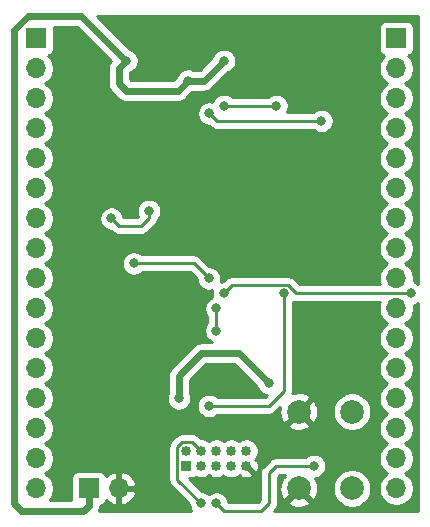
<source format=gbr>
G04 #@! TF.GenerationSoftware,KiCad,Pcbnew,(5.1.5)-3*
G04 #@! TF.CreationDate,2020-06-05T23:08:29+02:00*
G04 #@! TF.ProjectId,STM32F030K6Tx_Breakout,53544d33-3246-4303-9330-4b3654785f42,rev?*
G04 #@! TF.SameCoordinates,Original*
G04 #@! TF.FileFunction,Copper,L2,Bot*
G04 #@! TF.FilePolarity,Positive*
%FSLAX46Y46*%
G04 Gerber Fmt 4.6, Leading zero omitted, Abs format (unit mm)*
G04 Created by KiCad (PCBNEW (5.1.5)-3) date 2020-06-05 23:08:29*
%MOMM*%
%LPD*%
G04 APERTURE LIST*
%ADD10O,1.700000X1.700000*%
%ADD11R,1.700000X1.700000*%
%ADD12C,2.000000*%
%ADD13C,0.850000*%
%ADD14R,0.850000X0.850000*%
%ADD15C,0.800000*%
%ADD16C,0.250000*%
%ADD17C,0.600000*%
%ADD18C,0.254000*%
G04 APERTURE END LIST*
D10*
X124460000Y-76200000D03*
X124460000Y-73660000D03*
X124460000Y-71120000D03*
X124460000Y-68580000D03*
X124460000Y-66040000D03*
X124460000Y-63500000D03*
X124460000Y-60960000D03*
X124460000Y-58420000D03*
X124460000Y-55880000D03*
X124460000Y-53340000D03*
X124460000Y-50800000D03*
X124460000Y-48260000D03*
X124460000Y-45720000D03*
X124460000Y-43180000D03*
X124460000Y-40640000D03*
D11*
X124460000Y-38100000D03*
D10*
X93980000Y-76200000D03*
X93980000Y-73660000D03*
X93980000Y-71120000D03*
X93980000Y-68580000D03*
X93980000Y-66040000D03*
X93980000Y-63500000D03*
X93980000Y-60960000D03*
X93980000Y-58420000D03*
X93980000Y-55880000D03*
X93980000Y-53340000D03*
X93980000Y-50800000D03*
X93980000Y-48260000D03*
X93980000Y-45720000D03*
X93980000Y-43180000D03*
X93980000Y-40640000D03*
D11*
X93980000Y-38100000D03*
D12*
X116205000Y-69700000D03*
X120705000Y-69700000D03*
X116205000Y-76200000D03*
X120705000Y-76200000D03*
D10*
X100965000Y-76200000D03*
D11*
X98425000Y-76200000D03*
D13*
X111760000Y-73025000D03*
X111760000Y-74295000D03*
X110490000Y-73025000D03*
X110490000Y-74295000D03*
X109220000Y-73025000D03*
X109220000Y-74295000D03*
X107950000Y-73025000D03*
X107950000Y-74295000D03*
X106680000Y-73025000D03*
D14*
X106680000Y-74295000D03*
D15*
X102870000Y-38100000D03*
X102235000Y-41275000D03*
X102870000Y-46355000D03*
X106680000Y-46355000D03*
X107950000Y-49530000D03*
X102235000Y-52705000D03*
X102235000Y-65405000D03*
X102235000Y-69215000D03*
X107315000Y-67945000D03*
X118745000Y-70485000D03*
X109855000Y-38100000D03*
X109855000Y-50800000D03*
X109220000Y-60960000D03*
X109220000Y-62865000D03*
X103505000Y-52705000D03*
X100330000Y-53340000D03*
X109220000Y-77470000D03*
X117475000Y-74295000D03*
X102235000Y-57150000D03*
X107950000Y-77470000D03*
X108585000Y-58420000D03*
X108585000Y-69215000D03*
X114935000Y-59690000D03*
X109855000Y-40005000D03*
X101600000Y-40005000D03*
X106045000Y-68580000D03*
X106830155Y-41669835D03*
X113680000Y-67310000D03*
X114300000Y-43815000D03*
X109855000Y-43815000D03*
X118110000Y-45085000D03*
X108625011Y-44450000D03*
X109855000Y-59690000D03*
X125730000Y-59690000D03*
D16*
X109220000Y-60960000D02*
X109220000Y-62865000D01*
X103505000Y-52705000D02*
X103505000Y-53340000D01*
X103505000Y-53340000D02*
X102870000Y-53975000D01*
X102870000Y-53975000D02*
X100965000Y-53975000D01*
X100965000Y-53975000D02*
X100330000Y-53340000D01*
X124460000Y-76200000D02*
X124460000Y-76835000D01*
X109855000Y-78105000D02*
X109220000Y-77470000D01*
X117475000Y-74295000D02*
X114300000Y-74295000D01*
X114300000Y-74295000D02*
X113665000Y-74930000D01*
X113665000Y-74930000D02*
X113665000Y-77470000D01*
X113030000Y-78105000D02*
X109855000Y-78105000D01*
X113665000Y-77470000D02*
X113030000Y-78105000D01*
X106680000Y-57150000D02*
X102235000Y-57150000D01*
X107199999Y-72274999D02*
X107525001Y-72600001D01*
X107525001Y-72600001D02*
X107950000Y-73025000D01*
X106319999Y-72274999D02*
X107199999Y-72274999D01*
X105929999Y-72664999D02*
X106319999Y-72274999D01*
X105929999Y-75449999D02*
X105929999Y-72664999D01*
X107950000Y-77470000D02*
X105929999Y-75449999D01*
X106680000Y-57150000D02*
X107315000Y-57150000D01*
X107315000Y-57150000D02*
X108585000Y-58420000D01*
X108585000Y-69215000D02*
X113665000Y-69215000D01*
X113665000Y-69215000D02*
X114935000Y-67945000D01*
X114935000Y-67945000D02*
X114935000Y-59690000D01*
D17*
X97790000Y-36195000D02*
X101600000Y-40005000D01*
X93284998Y-36195000D02*
X97790000Y-36195000D01*
X98425000Y-77650000D02*
X97970000Y-78105000D01*
X98425000Y-76200000D02*
X98425000Y-77650000D01*
X97970000Y-78105000D02*
X92710000Y-78105000D01*
X92075000Y-37404998D02*
X93284998Y-36195000D01*
X92710000Y-78105000D02*
X92075000Y-77470000D01*
X92075000Y-77470000D02*
X92075000Y-37404998D01*
X105954990Y-42545000D02*
X106830155Y-41669835D01*
X101600000Y-42545000D02*
X105954990Y-42545000D01*
X100965000Y-41910000D02*
X101600000Y-42545000D01*
X101600000Y-40005000D02*
X100965000Y-40640000D01*
X100965000Y-40640000D02*
X100965000Y-41910000D01*
X108190165Y-41669835D02*
X109855000Y-40005000D01*
X106830155Y-41669835D02*
X108190165Y-41669835D01*
X107950000Y-64770000D02*
X106045000Y-66675000D01*
X113680000Y-67310000D02*
X111140000Y-64770000D01*
X106045000Y-66675000D02*
X106045000Y-68580000D01*
X111140000Y-64770000D02*
X107950000Y-64770000D01*
D16*
X114300000Y-43815000D02*
X109855000Y-43815000D01*
X109260011Y-45085000D02*
X108625011Y-44450000D01*
X118110000Y-45085000D02*
X109260011Y-45085000D01*
X115283002Y-58964998D02*
X116008004Y-59690000D01*
X116008004Y-59690000D02*
X125164315Y-59690000D01*
X109855000Y-59690000D02*
X110580002Y-58964998D01*
X125164315Y-59690000D02*
X125730000Y-59690000D01*
X110580002Y-58964998D02*
X115283002Y-58964998D01*
D18*
G36*
X126340001Y-58852806D02*
G01*
X126220256Y-58772795D01*
X126031898Y-58694774D01*
X125923717Y-58673256D01*
X125945000Y-58566260D01*
X125945000Y-58273740D01*
X125887932Y-57986842D01*
X125775990Y-57716589D01*
X125613475Y-57473368D01*
X125406632Y-57266525D01*
X125232240Y-57150000D01*
X125406632Y-57033475D01*
X125613475Y-56826632D01*
X125775990Y-56583411D01*
X125887932Y-56313158D01*
X125945000Y-56026260D01*
X125945000Y-55733740D01*
X125887932Y-55446842D01*
X125775990Y-55176589D01*
X125613475Y-54933368D01*
X125406632Y-54726525D01*
X125232240Y-54610000D01*
X125406632Y-54493475D01*
X125613475Y-54286632D01*
X125775990Y-54043411D01*
X125887932Y-53773158D01*
X125945000Y-53486260D01*
X125945000Y-53193740D01*
X125887932Y-52906842D01*
X125775990Y-52636589D01*
X125613475Y-52393368D01*
X125406632Y-52186525D01*
X125232240Y-52070000D01*
X125406632Y-51953475D01*
X125613475Y-51746632D01*
X125775990Y-51503411D01*
X125887932Y-51233158D01*
X125945000Y-50946260D01*
X125945000Y-50653740D01*
X125887932Y-50366842D01*
X125775990Y-50096589D01*
X125613475Y-49853368D01*
X125406632Y-49646525D01*
X125232240Y-49530000D01*
X125406632Y-49413475D01*
X125613475Y-49206632D01*
X125775990Y-48963411D01*
X125887932Y-48693158D01*
X125945000Y-48406260D01*
X125945000Y-48113740D01*
X125887932Y-47826842D01*
X125775990Y-47556589D01*
X125613475Y-47313368D01*
X125406632Y-47106525D01*
X125232240Y-46990000D01*
X125406632Y-46873475D01*
X125613475Y-46666632D01*
X125775990Y-46423411D01*
X125887932Y-46153158D01*
X125945000Y-45866260D01*
X125945000Y-45573740D01*
X125887932Y-45286842D01*
X125775990Y-45016589D01*
X125613475Y-44773368D01*
X125406632Y-44566525D01*
X125232240Y-44450000D01*
X125406632Y-44333475D01*
X125613475Y-44126632D01*
X125775990Y-43883411D01*
X125887932Y-43613158D01*
X125945000Y-43326260D01*
X125945000Y-43033740D01*
X125887932Y-42746842D01*
X125775990Y-42476589D01*
X125613475Y-42233368D01*
X125406632Y-42026525D01*
X125232240Y-41910000D01*
X125406632Y-41793475D01*
X125613475Y-41586632D01*
X125775990Y-41343411D01*
X125887932Y-41073158D01*
X125945000Y-40786260D01*
X125945000Y-40493740D01*
X125887932Y-40206842D01*
X125775990Y-39936589D01*
X125613475Y-39693368D01*
X125481620Y-39561513D01*
X125554180Y-39539502D01*
X125664494Y-39480537D01*
X125761185Y-39401185D01*
X125840537Y-39304494D01*
X125899502Y-39194180D01*
X125935812Y-39074482D01*
X125948072Y-38950000D01*
X125948072Y-37250000D01*
X125935812Y-37125518D01*
X125899502Y-37005820D01*
X125840537Y-36895506D01*
X125761185Y-36798815D01*
X125664494Y-36719463D01*
X125554180Y-36660498D01*
X125434482Y-36624188D01*
X125310000Y-36611928D01*
X123610000Y-36611928D01*
X123485518Y-36624188D01*
X123365820Y-36660498D01*
X123255506Y-36719463D01*
X123158815Y-36798815D01*
X123079463Y-36895506D01*
X123020498Y-37005820D01*
X122984188Y-37125518D01*
X122971928Y-37250000D01*
X122971928Y-38950000D01*
X122984188Y-39074482D01*
X123020498Y-39194180D01*
X123079463Y-39304494D01*
X123158815Y-39401185D01*
X123255506Y-39480537D01*
X123365820Y-39539502D01*
X123438380Y-39561513D01*
X123306525Y-39693368D01*
X123144010Y-39936589D01*
X123032068Y-40206842D01*
X122975000Y-40493740D01*
X122975000Y-40786260D01*
X123032068Y-41073158D01*
X123144010Y-41343411D01*
X123306525Y-41586632D01*
X123513368Y-41793475D01*
X123687760Y-41910000D01*
X123513368Y-42026525D01*
X123306525Y-42233368D01*
X123144010Y-42476589D01*
X123032068Y-42746842D01*
X122975000Y-43033740D01*
X122975000Y-43326260D01*
X123032068Y-43613158D01*
X123144010Y-43883411D01*
X123306525Y-44126632D01*
X123513368Y-44333475D01*
X123687760Y-44450000D01*
X123513368Y-44566525D01*
X123306525Y-44773368D01*
X123144010Y-45016589D01*
X123032068Y-45286842D01*
X122975000Y-45573740D01*
X122975000Y-45866260D01*
X123032068Y-46153158D01*
X123144010Y-46423411D01*
X123306525Y-46666632D01*
X123513368Y-46873475D01*
X123687760Y-46990000D01*
X123513368Y-47106525D01*
X123306525Y-47313368D01*
X123144010Y-47556589D01*
X123032068Y-47826842D01*
X122975000Y-48113740D01*
X122975000Y-48406260D01*
X123032068Y-48693158D01*
X123144010Y-48963411D01*
X123306525Y-49206632D01*
X123513368Y-49413475D01*
X123687760Y-49530000D01*
X123513368Y-49646525D01*
X123306525Y-49853368D01*
X123144010Y-50096589D01*
X123032068Y-50366842D01*
X122975000Y-50653740D01*
X122975000Y-50946260D01*
X123032068Y-51233158D01*
X123144010Y-51503411D01*
X123306525Y-51746632D01*
X123513368Y-51953475D01*
X123687760Y-52070000D01*
X123513368Y-52186525D01*
X123306525Y-52393368D01*
X123144010Y-52636589D01*
X123032068Y-52906842D01*
X122975000Y-53193740D01*
X122975000Y-53486260D01*
X123032068Y-53773158D01*
X123144010Y-54043411D01*
X123306525Y-54286632D01*
X123513368Y-54493475D01*
X123687760Y-54610000D01*
X123513368Y-54726525D01*
X123306525Y-54933368D01*
X123144010Y-55176589D01*
X123032068Y-55446842D01*
X122975000Y-55733740D01*
X122975000Y-56026260D01*
X123032068Y-56313158D01*
X123144010Y-56583411D01*
X123306525Y-56826632D01*
X123513368Y-57033475D01*
X123687760Y-57150000D01*
X123513368Y-57266525D01*
X123306525Y-57473368D01*
X123144010Y-57716589D01*
X123032068Y-57986842D01*
X122975000Y-58273740D01*
X122975000Y-58566260D01*
X123032068Y-58853158D01*
X123063897Y-58930000D01*
X116322806Y-58930000D01*
X115846805Y-58454000D01*
X115823003Y-58424997D01*
X115707278Y-58330024D01*
X115575249Y-58259452D01*
X115431988Y-58215995D01*
X115320335Y-58204998D01*
X115320324Y-58204998D01*
X115283002Y-58201322D01*
X115245680Y-58204998D01*
X110617327Y-58204998D01*
X110580002Y-58201322D01*
X110542677Y-58204998D01*
X110542669Y-58204998D01*
X110431016Y-58215995D01*
X110287755Y-58259452D01*
X110155726Y-58330024D01*
X110040001Y-58424997D01*
X110016203Y-58453996D01*
X109815198Y-58655000D01*
X109753061Y-58655000D01*
X109586961Y-58688039D01*
X109620000Y-58521939D01*
X109620000Y-58318061D01*
X109580226Y-58118102D01*
X109502205Y-57929744D01*
X109388937Y-57760226D01*
X109244774Y-57616063D01*
X109075256Y-57502795D01*
X108886898Y-57424774D01*
X108686939Y-57385000D01*
X108624802Y-57385000D01*
X107878804Y-56639003D01*
X107855001Y-56609999D01*
X107739276Y-56515026D01*
X107607247Y-56444454D01*
X107463986Y-56400997D01*
X107352333Y-56390000D01*
X107352322Y-56390000D01*
X107315000Y-56386324D01*
X107277678Y-56390000D01*
X102938711Y-56390000D01*
X102894774Y-56346063D01*
X102725256Y-56232795D01*
X102536898Y-56154774D01*
X102336939Y-56115000D01*
X102133061Y-56115000D01*
X101933102Y-56154774D01*
X101744744Y-56232795D01*
X101575226Y-56346063D01*
X101431063Y-56490226D01*
X101317795Y-56659744D01*
X101239774Y-56848102D01*
X101200000Y-57048061D01*
X101200000Y-57251939D01*
X101239774Y-57451898D01*
X101317795Y-57640256D01*
X101431063Y-57809774D01*
X101575226Y-57953937D01*
X101744744Y-58067205D01*
X101933102Y-58145226D01*
X102133061Y-58185000D01*
X102336939Y-58185000D01*
X102536898Y-58145226D01*
X102725256Y-58067205D01*
X102894774Y-57953937D01*
X102938711Y-57910000D01*
X107000199Y-57910000D01*
X107550000Y-58459802D01*
X107550000Y-58521939D01*
X107589774Y-58721898D01*
X107667795Y-58910256D01*
X107781063Y-59079774D01*
X107925226Y-59223937D01*
X108094744Y-59337205D01*
X108283102Y-59415226D01*
X108483061Y-59455000D01*
X108686939Y-59455000D01*
X108853039Y-59421961D01*
X108820000Y-59588061D01*
X108820000Y-59791939D01*
X108859229Y-59989160D01*
X108729744Y-60042795D01*
X108560226Y-60156063D01*
X108416063Y-60300226D01*
X108302795Y-60469744D01*
X108224774Y-60658102D01*
X108185000Y-60858061D01*
X108185000Y-61061939D01*
X108224774Y-61261898D01*
X108302795Y-61450256D01*
X108416063Y-61619774D01*
X108460000Y-61663711D01*
X108460001Y-62161288D01*
X108416063Y-62205226D01*
X108302795Y-62374744D01*
X108224774Y-62563102D01*
X108185000Y-62763061D01*
X108185000Y-62966939D01*
X108224774Y-63166898D01*
X108302795Y-63355256D01*
X108416063Y-63524774D01*
X108560226Y-63668937D01*
X108729744Y-63782205D01*
X108857201Y-63835000D01*
X107995932Y-63835000D01*
X107950000Y-63830476D01*
X107904068Y-63835000D01*
X107766708Y-63848529D01*
X107590460Y-63901993D01*
X107428028Y-63988814D01*
X107285656Y-64105656D01*
X107256370Y-64141341D01*
X105416341Y-65981370D01*
X105380656Y-66010656D01*
X105263814Y-66153029D01*
X105176993Y-66315461D01*
X105153534Y-66392795D01*
X105123529Y-66491709D01*
X105105476Y-66675000D01*
X105110000Y-66720932D01*
X105110001Y-68132703D01*
X105049774Y-68278102D01*
X105010000Y-68478061D01*
X105010000Y-68681939D01*
X105049774Y-68881898D01*
X105127795Y-69070256D01*
X105241063Y-69239774D01*
X105385226Y-69383937D01*
X105554744Y-69497205D01*
X105743102Y-69575226D01*
X105943061Y-69615000D01*
X106146939Y-69615000D01*
X106346898Y-69575226D01*
X106535256Y-69497205D01*
X106704774Y-69383937D01*
X106848937Y-69239774D01*
X106962205Y-69070256D01*
X107040226Y-68881898D01*
X107080000Y-68681939D01*
X107080000Y-68478061D01*
X107040226Y-68278102D01*
X106980000Y-68132705D01*
X106980000Y-67062289D01*
X108337289Y-65705000D01*
X110752711Y-65705000D01*
X112702569Y-67654859D01*
X112762795Y-67800256D01*
X112876063Y-67969774D01*
X113020226Y-68113937D01*
X113189744Y-68227205D01*
X113378102Y-68305226D01*
X113479753Y-68325446D01*
X113350199Y-68455000D01*
X109288711Y-68455000D01*
X109244774Y-68411063D01*
X109075256Y-68297795D01*
X108886898Y-68219774D01*
X108686939Y-68180000D01*
X108483061Y-68180000D01*
X108283102Y-68219774D01*
X108094744Y-68297795D01*
X107925226Y-68411063D01*
X107781063Y-68555226D01*
X107667795Y-68724744D01*
X107589774Y-68913102D01*
X107550000Y-69113061D01*
X107550000Y-69316939D01*
X107589774Y-69516898D01*
X107667795Y-69705256D01*
X107781063Y-69874774D01*
X107925226Y-70018937D01*
X108094744Y-70132205D01*
X108283102Y-70210226D01*
X108483061Y-70250000D01*
X108686939Y-70250000D01*
X108886898Y-70210226D01*
X109075256Y-70132205D01*
X109244774Y-70018937D01*
X109288711Y-69975000D01*
X113627678Y-69975000D01*
X113665000Y-69978676D01*
X113702322Y-69975000D01*
X113702333Y-69975000D01*
X113813986Y-69964003D01*
X113957247Y-69920546D01*
X114089276Y-69849974D01*
X114205001Y-69755001D01*
X114228804Y-69725997D01*
X114607108Y-69347694D01*
X114582616Y-69441108D01*
X114563282Y-69762595D01*
X114607039Y-70081675D01*
X114712205Y-70386088D01*
X114805186Y-70560044D01*
X115069587Y-70655808D01*
X116025395Y-69700000D01*
X116384605Y-69700000D01*
X117340413Y-70655808D01*
X117604814Y-70560044D01*
X117745704Y-70270429D01*
X117827384Y-69958892D01*
X117846718Y-69637405D01*
X117833219Y-69538967D01*
X119070000Y-69538967D01*
X119070000Y-69861033D01*
X119132832Y-70176912D01*
X119256082Y-70474463D01*
X119435013Y-70742252D01*
X119662748Y-70969987D01*
X119930537Y-71148918D01*
X120228088Y-71272168D01*
X120543967Y-71335000D01*
X120866033Y-71335000D01*
X121181912Y-71272168D01*
X121479463Y-71148918D01*
X121747252Y-70969987D01*
X121974987Y-70742252D01*
X122153918Y-70474463D01*
X122277168Y-70176912D01*
X122340000Y-69861033D01*
X122340000Y-69538967D01*
X122277168Y-69223088D01*
X122153918Y-68925537D01*
X121974987Y-68657748D01*
X121747252Y-68430013D01*
X121479463Y-68251082D01*
X121181912Y-68127832D01*
X120866033Y-68065000D01*
X120543967Y-68065000D01*
X120228088Y-68127832D01*
X119930537Y-68251082D01*
X119662748Y-68430013D01*
X119435013Y-68657748D01*
X119256082Y-68925537D01*
X119132832Y-69223088D01*
X119070000Y-69538967D01*
X117833219Y-69538967D01*
X117802961Y-69318325D01*
X117697795Y-69013912D01*
X117604814Y-68839956D01*
X117340413Y-68744192D01*
X116384605Y-69700000D01*
X116025395Y-69700000D01*
X116011253Y-69685858D01*
X116190858Y-69506253D01*
X116205000Y-69520395D01*
X117160808Y-68564587D01*
X117065044Y-68300186D01*
X116775429Y-68159296D01*
X116463892Y-68077616D01*
X116142405Y-68058282D01*
X115823325Y-68102039D01*
X115664965Y-68156748D01*
X115684003Y-68093986D01*
X115695000Y-67982333D01*
X115695000Y-67982324D01*
X115698676Y-67945001D01*
X115695000Y-67907678D01*
X115695000Y-60393711D01*
X115701034Y-60387677D01*
X115715757Y-60395546D01*
X115859018Y-60439003D01*
X115970671Y-60450000D01*
X115970679Y-60450000D01*
X116008004Y-60453676D01*
X116045329Y-60450000D01*
X123063897Y-60450000D01*
X123032068Y-60526842D01*
X122975000Y-60813740D01*
X122975000Y-61106260D01*
X123032068Y-61393158D01*
X123144010Y-61663411D01*
X123306525Y-61906632D01*
X123513368Y-62113475D01*
X123687760Y-62230000D01*
X123513368Y-62346525D01*
X123306525Y-62553368D01*
X123144010Y-62796589D01*
X123032068Y-63066842D01*
X122975000Y-63353740D01*
X122975000Y-63646260D01*
X123032068Y-63933158D01*
X123144010Y-64203411D01*
X123306525Y-64446632D01*
X123513368Y-64653475D01*
X123687760Y-64770000D01*
X123513368Y-64886525D01*
X123306525Y-65093368D01*
X123144010Y-65336589D01*
X123032068Y-65606842D01*
X122975000Y-65893740D01*
X122975000Y-66186260D01*
X123032068Y-66473158D01*
X123144010Y-66743411D01*
X123306525Y-66986632D01*
X123513368Y-67193475D01*
X123687760Y-67310000D01*
X123513368Y-67426525D01*
X123306525Y-67633368D01*
X123144010Y-67876589D01*
X123032068Y-68146842D01*
X122975000Y-68433740D01*
X122975000Y-68726260D01*
X123032068Y-69013158D01*
X123144010Y-69283411D01*
X123306525Y-69526632D01*
X123513368Y-69733475D01*
X123687760Y-69850000D01*
X123513368Y-69966525D01*
X123306525Y-70173368D01*
X123144010Y-70416589D01*
X123032068Y-70686842D01*
X122975000Y-70973740D01*
X122975000Y-71266260D01*
X123032068Y-71553158D01*
X123144010Y-71823411D01*
X123306525Y-72066632D01*
X123513368Y-72273475D01*
X123687760Y-72390000D01*
X123513368Y-72506525D01*
X123306525Y-72713368D01*
X123144010Y-72956589D01*
X123032068Y-73226842D01*
X122975000Y-73513740D01*
X122975000Y-73806260D01*
X123032068Y-74093158D01*
X123144010Y-74363411D01*
X123306525Y-74606632D01*
X123513368Y-74813475D01*
X123687760Y-74930000D01*
X123513368Y-75046525D01*
X123306525Y-75253368D01*
X123144010Y-75496589D01*
X123032068Y-75766842D01*
X122975000Y-76053740D01*
X122975000Y-76346260D01*
X123032068Y-76633158D01*
X123144010Y-76903411D01*
X123306525Y-77146632D01*
X123513368Y-77353475D01*
X123756589Y-77515990D01*
X124026842Y-77627932D01*
X124313740Y-77685000D01*
X124606260Y-77685000D01*
X124893158Y-77627932D01*
X125163411Y-77515990D01*
X125406632Y-77353475D01*
X125613475Y-77146632D01*
X125775990Y-76903411D01*
X125887932Y-76633158D01*
X125945000Y-76346260D01*
X125945000Y-76053740D01*
X125887932Y-75766842D01*
X125775990Y-75496589D01*
X125613475Y-75253368D01*
X125406632Y-75046525D01*
X125232240Y-74930000D01*
X125406632Y-74813475D01*
X125613475Y-74606632D01*
X125775990Y-74363411D01*
X125887932Y-74093158D01*
X125945000Y-73806260D01*
X125945000Y-73513740D01*
X125887932Y-73226842D01*
X125775990Y-72956589D01*
X125613475Y-72713368D01*
X125406632Y-72506525D01*
X125232240Y-72390000D01*
X125406632Y-72273475D01*
X125613475Y-72066632D01*
X125775990Y-71823411D01*
X125887932Y-71553158D01*
X125945000Y-71266260D01*
X125945000Y-70973740D01*
X125887932Y-70686842D01*
X125775990Y-70416589D01*
X125613475Y-70173368D01*
X125406632Y-69966525D01*
X125232240Y-69850000D01*
X125406632Y-69733475D01*
X125613475Y-69526632D01*
X125775990Y-69283411D01*
X125887932Y-69013158D01*
X125945000Y-68726260D01*
X125945000Y-68433740D01*
X125887932Y-68146842D01*
X125775990Y-67876589D01*
X125613475Y-67633368D01*
X125406632Y-67426525D01*
X125232240Y-67310000D01*
X125406632Y-67193475D01*
X125613475Y-66986632D01*
X125775990Y-66743411D01*
X125887932Y-66473158D01*
X125945000Y-66186260D01*
X125945000Y-65893740D01*
X125887932Y-65606842D01*
X125775990Y-65336589D01*
X125613475Y-65093368D01*
X125406632Y-64886525D01*
X125232240Y-64770000D01*
X125406632Y-64653475D01*
X125613475Y-64446632D01*
X125775990Y-64203411D01*
X125887932Y-63933158D01*
X125945000Y-63646260D01*
X125945000Y-63353740D01*
X125887932Y-63066842D01*
X125775990Y-62796589D01*
X125613475Y-62553368D01*
X125406632Y-62346525D01*
X125232240Y-62230000D01*
X125406632Y-62113475D01*
X125613475Y-61906632D01*
X125775990Y-61663411D01*
X125887932Y-61393158D01*
X125945000Y-61106260D01*
X125945000Y-60813740D01*
X125923717Y-60706744D01*
X126031898Y-60685226D01*
X126220256Y-60607205D01*
X126340001Y-60527194D01*
X126340001Y-78080000D01*
X114129802Y-78080000D01*
X114176003Y-78033799D01*
X114205001Y-78010001D01*
X114299974Y-77894276D01*
X114370546Y-77762247D01*
X114414003Y-77618986D01*
X114425000Y-77507333D01*
X114428677Y-77470000D01*
X114425000Y-77432667D01*
X114425000Y-77335413D01*
X115249192Y-77335413D01*
X115344956Y-77599814D01*
X115634571Y-77740704D01*
X115946108Y-77822384D01*
X116267595Y-77841718D01*
X116586675Y-77797961D01*
X116891088Y-77692795D01*
X117065044Y-77599814D01*
X117160808Y-77335413D01*
X116205000Y-76379605D01*
X115249192Y-77335413D01*
X114425000Y-77335413D01*
X114425000Y-75244801D01*
X114614802Y-75055000D01*
X115027442Y-75055000D01*
X114953917Y-75128525D01*
X115069585Y-75244193D01*
X114805186Y-75339956D01*
X114664296Y-75629571D01*
X114582616Y-75941108D01*
X114563282Y-76262595D01*
X114607039Y-76581675D01*
X114712205Y-76886088D01*
X114805186Y-77060044D01*
X115069587Y-77155808D01*
X116025395Y-76200000D01*
X116011253Y-76185858D01*
X116190858Y-76006253D01*
X116205000Y-76020395D01*
X116219143Y-76006253D01*
X116398748Y-76185858D01*
X116384605Y-76200000D01*
X117340413Y-77155808D01*
X117604814Y-77060044D01*
X117745704Y-76770429D01*
X117827384Y-76458892D01*
X117846718Y-76137405D01*
X117833219Y-76038967D01*
X119070000Y-76038967D01*
X119070000Y-76361033D01*
X119132832Y-76676912D01*
X119256082Y-76974463D01*
X119435013Y-77242252D01*
X119662748Y-77469987D01*
X119930537Y-77648918D01*
X120228088Y-77772168D01*
X120543967Y-77835000D01*
X120866033Y-77835000D01*
X121181912Y-77772168D01*
X121479463Y-77648918D01*
X121747252Y-77469987D01*
X121974987Y-77242252D01*
X122153918Y-76974463D01*
X122277168Y-76676912D01*
X122340000Y-76361033D01*
X122340000Y-76038967D01*
X122277168Y-75723088D01*
X122153918Y-75425537D01*
X121974987Y-75157748D01*
X121747252Y-74930013D01*
X121479463Y-74751082D01*
X121181912Y-74627832D01*
X120866033Y-74565000D01*
X120543967Y-74565000D01*
X120228088Y-74627832D01*
X119930537Y-74751082D01*
X119662748Y-74930013D01*
X119435013Y-75157748D01*
X119256082Y-75425537D01*
X119132832Y-75723088D01*
X119070000Y-76038967D01*
X117833219Y-76038967D01*
X117802961Y-75818325D01*
X117697795Y-75513912D01*
X117604814Y-75339956D01*
X117577189Y-75329950D01*
X117776898Y-75290226D01*
X117965256Y-75212205D01*
X118134774Y-75098937D01*
X118278937Y-74954774D01*
X118392205Y-74785256D01*
X118470226Y-74596898D01*
X118510000Y-74396939D01*
X118510000Y-74193061D01*
X118470226Y-73993102D01*
X118392205Y-73804744D01*
X118278937Y-73635226D01*
X118134774Y-73491063D01*
X117965256Y-73377795D01*
X117776898Y-73299774D01*
X117576939Y-73260000D01*
X117373061Y-73260000D01*
X117173102Y-73299774D01*
X116984744Y-73377795D01*
X116815226Y-73491063D01*
X116771289Y-73535000D01*
X114337333Y-73535000D01*
X114300000Y-73531323D01*
X114262667Y-73535000D01*
X114151014Y-73545997D01*
X114007753Y-73589454D01*
X113875724Y-73660026D01*
X113759999Y-73754999D01*
X113736200Y-73783998D01*
X113154002Y-74366197D01*
X113124999Y-74389999D01*
X113069871Y-74457174D01*
X113030026Y-74505724D01*
X113001933Y-74558282D01*
X112959454Y-74637754D01*
X112915997Y-74781015D01*
X112905000Y-74892668D01*
X112905000Y-74892678D01*
X112901324Y-74930000D01*
X112905000Y-74967323D01*
X112905001Y-77155197D01*
X112715199Y-77345000D01*
X110250413Y-77345000D01*
X110215226Y-77168102D01*
X110137205Y-76979744D01*
X110023937Y-76810226D01*
X109879774Y-76666063D01*
X109710256Y-76552795D01*
X109521898Y-76474774D01*
X109321939Y-76435000D01*
X109118061Y-76435000D01*
X108918102Y-76474774D01*
X108729744Y-76552795D01*
X108585000Y-76649510D01*
X108440256Y-76552795D01*
X108251898Y-76474774D01*
X108051939Y-76435000D01*
X107989802Y-76435000D01*
X106912873Y-75358072D01*
X107105000Y-75358072D01*
X107229482Y-75345812D01*
X107349180Y-75309502D01*
X107459494Y-75250537D01*
X107469831Y-75242053D01*
X107622588Y-75308560D01*
X107826616Y-75352959D01*
X108035384Y-75356702D01*
X108240870Y-75319644D01*
X108435179Y-75243210D01*
X108468856Y-75225210D01*
X108488534Y-75068984D01*
X108557079Y-75137529D01*
X108585000Y-75109608D01*
X108612921Y-75137529D01*
X108681466Y-75068984D01*
X108701144Y-75225210D01*
X108892588Y-75308560D01*
X109096616Y-75352959D01*
X109305384Y-75356702D01*
X109510870Y-75319644D01*
X109705179Y-75243210D01*
X109738856Y-75225210D01*
X109759248Y-75063315D01*
X109814289Y-75118356D01*
X109987902Y-75234360D01*
X110180809Y-75314265D01*
X110385599Y-75355000D01*
X110594401Y-75355000D01*
X110799191Y-75314265D01*
X110992098Y-75234360D01*
X111165711Y-75118356D01*
X111220752Y-75063315D01*
X111241144Y-75225210D01*
X111432588Y-75308560D01*
X111636616Y-75352959D01*
X111845384Y-75356702D01*
X112050870Y-75319644D01*
X112245179Y-75243210D01*
X112278856Y-75225210D01*
X112304781Y-75019386D01*
X111760000Y-74474605D01*
X111745858Y-74488748D01*
X111566253Y-74309143D01*
X111580395Y-74295000D01*
X111566253Y-74280858D01*
X111745858Y-74101253D01*
X111760000Y-74115395D01*
X111774143Y-74101253D01*
X111953748Y-74280858D01*
X111939605Y-74295000D01*
X112484386Y-74839781D01*
X112690210Y-74813856D01*
X112773560Y-74622412D01*
X112817959Y-74418384D01*
X112821702Y-74209616D01*
X112784644Y-74004130D01*
X112708210Y-73809821D01*
X112690210Y-73776144D01*
X112528315Y-73755752D01*
X112583356Y-73700711D01*
X112699360Y-73527098D01*
X112779265Y-73334191D01*
X112820000Y-73129401D01*
X112820000Y-72920599D01*
X112779265Y-72715809D01*
X112699360Y-72522902D01*
X112583356Y-72349289D01*
X112435711Y-72201644D01*
X112262098Y-72085640D01*
X112069191Y-72005735D01*
X111864401Y-71965000D01*
X111655599Y-71965000D01*
X111450809Y-72005735D01*
X111257902Y-72085640D01*
X111125000Y-72174442D01*
X110992098Y-72085640D01*
X110799191Y-72005735D01*
X110594401Y-71965000D01*
X110385599Y-71965000D01*
X110180809Y-72005735D01*
X109987902Y-72085640D01*
X109855000Y-72174442D01*
X109722098Y-72085640D01*
X109529191Y-72005735D01*
X109324401Y-71965000D01*
X109115599Y-71965000D01*
X108910809Y-72005735D01*
X108717902Y-72085640D01*
X108585000Y-72174442D01*
X108452098Y-72085640D01*
X108259191Y-72005735D01*
X108054401Y-71965000D01*
X107964801Y-71965000D01*
X107763803Y-71764002D01*
X107740000Y-71734998D01*
X107624275Y-71640025D01*
X107492246Y-71569453D01*
X107348985Y-71525996D01*
X107237332Y-71514999D01*
X107237321Y-71514999D01*
X107199999Y-71511323D01*
X107162677Y-71514999D01*
X106357321Y-71514999D01*
X106319998Y-71511323D01*
X106282675Y-71514999D01*
X106282666Y-71514999D01*
X106171013Y-71525996D01*
X106027752Y-71569453D01*
X105895723Y-71640025D01*
X105779998Y-71734998D01*
X105756195Y-71764002D01*
X105418997Y-72101200D01*
X105389999Y-72124998D01*
X105366201Y-72153996D01*
X105366200Y-72153997D01*
X105295025Y-72240723D01*
X105224453Y-72372753D01*
X105205271Y-72435990D01*
X105180997Y-72516013D01*
X105177853Y-72547932D01*
X105166323Y-72664999D01*
X105170000Y-72702331D01*
X105169999Y-75412676D01*
X105166323Y-75449999D01*
X105169999Y-75487321D01*
X105169999Y-75487331D01*
X105180996Y-75598984D01*
X105204974Y-75678029D01*
X105224453Y-75742245D01*
X105295025Y-75874275D01*
X105322500Y-75907753D01*
X105389998Y-75990000D01*
X105419002Y-76013803D01*
X106915000Y-77509802D01*
X106915000Y-77571939D01*
X106954774Y-77771898D01*
X107032795Y-77960256D01*
X107112805Y-78080000D01*
X99255346Y-78080000D01*
X99293007Y-78009540D01*
X99346471Y-77833292D01*
X99352518Y-77771898D01*
X99361614Y-77679542D01*
X99399482Y-77675812D01*
X99519180Y-77639502D01*
X99629494Y-77580537D01*
X99726185Y-77501185D01*
X99805537Y-77404494D01*
X99864502Y-77294180D01*
X99888966Y-77213534D01*
X99964731Y-77297588D01*
X100198080Y-77471641D01*
X100460901Y-77596825D01*
X100608110Y-77641476D01*
X100838000Y-77520155D01*
X100838000Y-76327000D01*
X101092000Y-76327000D01*
X101092000Y-77520155D01*
X101321890Y-77641476D01*
X101469099Y-77596825D01*
X101731920Y-77471641D01*
X101965269Y-77297588D01*
X102160178Y-77081355D01*
X102309157Y-76831252D01*
X102406481Y-76556891D01*
X102285814Y-76327000D01*
X101092000Y-76327000D01*
X100838000Y-76327000D01*
X100818000Y-76327000D01*
X100818000Y-76073000D01*
X100838000Y-76073000D01*
X100838000Y-74879845D01*
X101092000Y-74879845D01*
X101092000Y-76073000D01*
X102285814Y-76073000D01*
X102406481Y-75843109D01*
X102309157Y-75568748D01*
X102160178Y-75318645D01*
X101965269Y-75102412D01*
X101731920Y-74928359D01*
X101469099Y-74803175D01*
X101321890Y-74758524D01*
X101092000Y-74879845D01*
X100838000Y-74879845D01*
X100608110Y-74758524D01*
X100460901Y-74803175D01*
X100198080Y-74928359D01*
X99964731Y-75102412D01*
X99888966Y-75186466D01*
X99864502Y-75105820D01*
X99805537Y-74995506D01*
X99726185Y-74898815D01*
X99629494Y-74819463D01*
X99519180Y-74760498D01*
X99399482Y-74724188D01*
X99275000Y-74711928D01*
X97575000Y-74711928D01*
X97450518Y-74724188D01*
X97330820Y-74760498D01*
X97220506Y-74819463D01*
X97123815Y-74898815D01*
X97044463Y-74995506D01*
X96985498Y-75105820D01*
X96949188Y-75225518D01*
X96936928Y-75350000D01*
X96936928Y-77050000D01*
X96948747Y-77170000D01*
X95110107Y-77170000D01*
X95133475Y-77146632D01*
X95295990Y-76903411D01*
X95407932Y-76633158D01*
X95465000Y-76346260D01*
X95465000Y-76053740D01*
X95407932Y-75766842D01*
X95295990Y-75496589D01*
X95133475Y-75253368D01*
X94926632Y-75046525D01*
X94752240Y-74930000D01*
X94926632Y-74813475D01*
X95133475Y-74606632D01*
X95295990Y-74363411D01*
X95407932Y-74093158D01*
X95465000Y-73806260D01*
X95465000Y-73513740D01*
X95407932Y-73226842D01*
X95295990Y-72956589D01*
X95133475Y-72713368D01*
X94926632Y-72506525D01*
X94752240Y-72390000D01*
X94926632Y-72273475D01*
X95133475Y-72066632D01*
X95295990Y-71823411D01*
X95407932Y-71553158D01*
X95465000Y-71266260D01*
X95465000Y-70973740D01*
X95437485Y-70835413D01*
X115249192Y-70835413D01*
X115344956Y-71099814D01*
X115634571Y-71240704D01*
X115946108Y-71322384D01*
X116267595Y-71341718D01*
X116586675Y-71297961D01*
X116891088Y-71192795D01*
X117065044Y-71099814D01*
X117160808Y-70835413D01*
X116205000Y-69879605D01*
X115249192Y-70835413D01*
X95437485Y-70835413D01*
X95407932Y-70686842D01*
X95295990Y-70416589D01*
X95133475Y-70173368D01*
X94926632Y-69966525D01*
X94752240Y-69850000D01*
X94926632Y-69733475D01*
X95133475Y-69526632D01*
X95295990Y-69283411D01*
X95407932Y-69013158D01*
X95465000Y-68726260D01*
X95465000Y-68433740D01*
X95407932Y-68146842D01*
X95295990Y-67876589D01*
X95133475Y-67633368D01*
X94926632Y-67426525D01*
X94752240Y-67310000D01*
X94926632Y-67193475D01*
X95133475Y-66986632D01*
X95295990Y-66743411D01*
X95407932Y-66473158D01*
X95465000Y-66186260D01*
X95465000Y-65893740D01*
X95407932Y-65606842D01*
X95295990Y-65336589D01*
X95133475Y-65093368D01*
X94926632Y-64886525D01*
X94752240Y-64770000D01*
X94926632Y-64653475D01*
X95133475Y-64446632D01*
X95295990Y-64203411D01*
X95407932Y-63933158D01*
X95465000Y-63646260D01*
X95465000Y-63353740D01*
X95407932Y-63066842D01*
X95295990Y-62796589D01*
X95133475Y-62553368D01*
X94926632Y-62346525D01*
X94752240Y-62230000D01*
X94926632Y-62113475D01*
X95133475Y-61906632D01*
X95295990Y-61663411D01*
X95407932Y-61393158D01*
X95465000Y-61106260D01*
X95465000Y-60813740D01*
X95407932Y-60526842D01*
X95295990Y-60256589D01*
X95133475Y-60013368D01*
X94926632Y-59806525D01*
X94752240Y-59690000D01*
X94926632Y-59573475D01*
X95133475Y-59366632D01*
X95295990Y-59123411D01*
X95407932Y-58853158D01*
X95465000Y-58566260D01*
X95465000Y-58273740D01*
X95407932Y-57986842D01*
X95295990Y-57716589D01*
X95133475Y-57473368D01*
X94926632Y-57266525D01*
X94752240Y-57150000D01*
X94926632Y-57033475D01*
X95133475Y-56826632D01*
X95295990Y-56583411D01*
X95407932Y-56313158D01*
X95465000Y-56026260D01*
X95465000Y-55733740D01*
X95407932Y-55446842D01*
X95295990Y-55176589D01*
X95133475Y-54933368D01*
X94926632Y-54726525D01*
X94752240Y-54610000D01*
X94926632Y-54493475D01*
X95133475Y-54286632D01*
X95295990Y-54043411D01*
X95407932Y-53773158D01*
X95465000Y-53486260D01*
X95465000Y-53238061D01*
X99295000Y-53238061D01*
X99295000Y-53441939D01*
X99334774Y-53641898D01*
X99412795Y-53830256D01*
X99526063Y-53999774D01*
X99670226Y-54143937D01*
X99839744Y-54257205D01*
X100028102Y-54335226D01*
X100228061Y-54375000D01*
X100290198Y-54375000D01*
X100401200Y-54486002D01*
X100424999Y-54515001D01*
X100453997Y-54538799D01*
X100540724Y-54609974D01*
X100672753Y-54680546D01*
X100816014Y-54724003D01*
X100965000Y-54738677D01*
X101002333Y-54735000D01*
X102832678Y-54735000D01*
X102870000Y-54738676D01*
X102907322Y-54735000D01*
X102907333Y-54735000D01*
X103018986Y-54724003D01*
X103162247Y-54680546D01*
X103294276Y-54609974D01*
X103410001Y-54515001D01*
X103433803Y-54485998D01*
X104016002Y-53903800D01*
X104045001Y-53880001D01*
X104139974Y-53764276D01*
X104210546Y-53632247D01*
X104254003Y-53488986D01*
X104261572Y-53412139D01*
X104308937Y-53364774D01*
X104422205Y-53195256D01*
X104500226Y-53006898D01*
X104540000Y-52806939D01*
X104540000Y-52603061D01*
X104500226Y-52403102D01*
X104422205Y-52214744D01*
X104308937Y-52045226D01*
X104164774Y-51901063D01*
X103995256Y-51787795D01*
X103806898Y-51709774D01*
X103606939Y-51670000D01*
X103403061Y-51670000D01*
X103203102Y-51709774D01*
X103014744Y-51787795D01*
X102845226Y-51901063D01*
X102701063Y-52045226D01*
X102587795Y-52214744D01*
X102509774Y-52403102D01*
X102470000Y-52603061D01*
X102470000Y-52806939D01*
X102509774Y-53006898D01*
X102584031Y-53186168D01*
X102555199Y-53215000D01*
X101360413Y-53215000D01*
X101325226Y-53038102D01*
X101247205Y-52849744D01*
X101133937Y-52680226D01*
X100989774Y-52536063D01*
X100820256Y-52422795D01*
X100631898Y-52344774D01*
X100431939Y-52305000D01*
X100228061Y-52305000D01*
X100028102Y-52344774D01*
X99839744Y-52422795D01*
X99670226Y-52536063D01*
X99526063Y-52680226D01*
X99412795Y-52849744D01*
X99334774Y-53038102D01*
X99295000Y-53238061D01*
X95465000Y-53238061D01*
X95465000Y-53193740D01*
X95407932Y-52906842D01*
X95295990Y-52636589D01*
X95133475Y-52393368D01*
X94926632Y-52186525D01*
X94752240Y-52070000D01*
X94926632Y-51953475D01*
X95133475Y-51746632D01*
X95295990Y-51503411D01*
X95407932Y-51233158D01*
X95465000Y-50946260D01*
X95465000Y-50653740D01*
X95407932Y-50366842D01*
X95295990Y-50096589D01*
X95133475Y-49853368D01*
X94926632Y-49646525D01*
X94752240Y-49530000D01*
X94926632Y-49413475D01*
X95133475Y-49206632D01*
X95295990Y-48963411D01*
X95407932Y-48693158D01*
X95465000Y-48406260D01*
X95465000Y-48113740D01*
X95407932Y-47826842D01*
X95295990Y-47556589D01*
X95133475Y-47313368D01*
X94926632Y-47106525D01*
X94752240Y-46990000D01*
X94926632Y-46873475D01*
X95133475Y-46666632D01*
X95295990Y-46423411D01*
X95407932Y-46153158D01*
X95465000Y-45866260D01*
X95465000Y-45573740D01*
X95407932Y-45286842D01*
X95295990Y-45016589D01*
X95133475Y-44773368D01*
X94926632Y-44566525D01*
X94752240Y-44450000D01*
X94904802Y-44348061D01*
X107590011Y-44348061D01*
X107590011Y-44551939D01*
X107629785Y-44751898D01*
X107707806Y-44940256D01*
X107821074Y-45109774D01*
X107965237Y-45253937D01*
X108134755Y-45367205D01*
X108323113Y-45445226D01*
X108523072Y-45485000D01*
X108585209Y-45485000D01*
X108696211Y-45596002D01*
X108720010Y-45625001D01*
X108749008Y-45648799D01*
X108835735Y-45719974D01*
X108967764Y-45790546D01*
X109111025Y-45834003D01*
X109260011Y-45848677D01*
X109297344Y-45845000D01*
X117406289Y-45845000D01*
X117450226Y-45888937D01*
X117619744Y-46002205D01*
X117808102Y-46080226D01*
X118008061Y-46120000D01*
X118211939Y-46120000D01*
X118411898Y-46080226D01*
X118600256Y-46002205D01*
X118769774Y-45888937D01*
X118913937Y-45744774D01*
X119027205Y-45575256D01*
X119105226Y-45386898D01*
X119145000Y-45186939D01*
X119145000Y-44983061D01*
X119105226Y-44783102D01*
X119027205Y-44594744D01*
X118913937Y-44425226D01*
X118769774Y-44281063D01*
X118600256Y-44167795D01*
X118411898Y-44089774D01*
X118211939Y-44050000D01*
X118008061Y-44050000D01*
X117808102Y-44089774D01*
X117619744Y-44167795D01*
X117450226Y-44281063D01*
X117406289Y-44325000D01*
X115204013Y-44325000D01*
X115217205Y-44305256D01*
X115295226Y-44116898D01*
X115335000Y-43916939D01*
X115335000Y-43713061D01*
X115295226Y-43513102D01*
X115217205Y-43324744D01*
X115103937Y-43155226D01*
X114959774Y-43011063D01*
X114790256Y-42897795D01*
X114601898Y-42819774D01*
X114401939Y-42780000D01*
X114198061Y-42780000D01*
X113998102Y-42819774D01*
X113809744Y-42897795D01*
X113640226Y-43011063D01*
X113596289Y-43055000D01*
X110558711Y-43055000D01*
X110514774Y-43011063D01*
X110345256Y-42897795D01*
X110156898Y-42819774D01*
X109956939Y-42780000D01*
X109753061Y-42780000D01*
X109553102Y-42819774D01*
X109364744Y-42897795D01*
X109195226Y-43011063D01*
X109051063Y-43155226D01*
X108937795Y-43324744D01*
X108887206Y-43446877D01*
X108726950Y-43415000D01*
X108523072Y-43415000D01*
X108323113Y-43454774D01*
X108134755Y-43532795D01*
X107965237Y-43646063D01*
X107821074Y-43790226D01*
X107707806Y-43959744D01*
X107629785Y-44148102D01*
X107590011Y-44348061D01*
X94904802Y-44348061D01*
X94926632Y-44333475D01*
X95133475Y-44126632D01*
X95295990Y-43883411D01*
X95407932Y-43613158D01*
X95465000Y-43326260D01*
X95465000Y-43033740D01*
X95407932Y-42746842D01*
X95295990Y-42476589D01*
X95133475Y-42233368D01*
X94926632Y-42026525D01*
X94752240Y-41910000D01*
X94926632Y-41793475D01*
X95133475Y-41586632D01*
X95295990Y-41343411D01*
X95407932Y-41073158D01*
X95465000Y-40786260D01*
X95465000Y-40493740D01*
X95407932Y-40206842D01*
X95295990Y-39936589D01*
X95133475Y-39693368D01*
X95001620Y-39561513D01*
X95074180Y-39539502D01*
X95184494Y-39480537D01*
X95281185Y-39401185D01*
X95360537Y-39304494D01*
X95419502Y-39194180D01*
X95455812Y-39074482D01*
X95468072Y-38950000D01*
X95468072Y-37250000D01*
X95456253Y-37130000D01*
X97402711Y-37130000D01*
X100277087Y-40004376D01*
X100183814Y-40118029D01*
X100096993Y-40280461D01*
X100071488Y-40364540D01*
X100043529Y-40456709D01*
X100025476Y-40640000D01*
X100030000Y-40685933D01*
X100030001Y-41864059D01*
X100025476Y-41910000D01*
X100043529Y-42093291D01*
X100073414Y-42191807D01*
X100096994Y-42269540D01*
X100183815Y-42431972D01*
X100300657Y-42574344D01*
X100336336Y-42603625D01*
X100906370Y-43173659D01*
X100935656Y-43209344D01*
X101078028Y-43326186D01*
X101183880Y-43382765D01*
X101240459Y-43413007D01*
X101416708Y-43466472D01*
X101600000Y-43484524D01*
X101645935Y-43480000D01*
X105909058Y-43480000D01*
X105954990Y-43484524D01*
X106000922Y-43480000D01*
X106138282Y-43466471D01*
X106314530Y-43413007D01*
X106476962Y-43326186D01*
X106619334Y-43209344D01*
X106648620Y-43173659D01*
X107175014Y-42647266D01*
X107277450Y-42604835D01*
X108144233Y-42604835D01*
X108190165Y-42609359D01*
X108236097Y-42604835D01*
X108373457Y-42591306D01*
X108549705Y-42537842D01*
X108712137Y-42451021D01*
X108854509Y-42334179D01*
X108883795Y-42298494D01*
X110199859Y-40982431D01*
X110345256Y-40922205D01*
X110514774Y-40808937D01*
X110658937Y-40664774D01*
X110772205Y-40495256D01*
X110850226Y-40306898D01*
X110890000Y-40106939D01*
X110890000Y-39903061D01*
X110850226Y-39703102D01*
X110772205Y-39514744D01*
X110658937Y-39345226D01*
X110514774Y-39201063D01*
X110345256Y-39087795D01*
X110156898Y-39009774D01*
X109956939Y-38970000D01*
X109753061Y-38970000D01*
X109553102Y-39009774D01*
X109364744Y-39087795D01*
X109195226Y-39201063D01*
X109051063Y-39345226D01*
X108937795Y-39514744D01*
X108877569Y-39660141D01*
X107802876Y-40734835D01*
X107277450Y-40734835D01*
X107132053Y-40674609D01*
X106932094Y-40634835D01*
X106728216Y-40634835D01*
X106528257Y-40674609D01*
X106339899Y-40752630D01*
X106170381Y-40865898D01*
X106026218Y-41010061D01*
X105912950Y-41179579D01*
X105852724Y-41324976D01*
X105567701Y-41610000D01*
X101987289Y-41610000D01*
X101900000Y-41522711D01*
X101900000Y-41027289D01*
X101944858Y-40982431D01*
X102090256Y-40922205D01*
X102259774Y-40808937D01*
X102403937Y-40664774D01*
X102517205Y-40495256D01*
X102595226Y-40306898D01*
X102635000Y-40106939D01*
X102635000Y-39903061D01*
X102595226Y-39703102D01*
X102517205Y-39514744D01*
X102403937Y-39345226D01*
X102259774Y-39201063D01*
X102090256Y-39087795D01*
X101944858Y-39027569D01*
X99137289Y-36220000D01*
X126340000Y-36220000D01*
X126340001Y-58852806D01*
G37*
X126340001Y-58852806D02*
X126220256Y-58772795D01*
X126031898Y-58694774D01*
X125923717Y-58673256D01*
X125945000Y-58566260D01*
X125945000Y-58273740D01*
X125887932Y-57986842D01*
X125775990Y-57716589D01*
X125613475Y-57473368D01*
X125406632Y-57266525D01*
X125232240Y-57150000D01*
X125406632Y-57033475D01*
X125613475Y-56826632D01*
X125775990Y-56583411D01*
X125887932Y-56313158D01*
X125945000Y-56026260D01*
X125945000Y-55733740D01*
X125887932Y-55446842D01*
X125775990Y-55176589D01*
X125613475Y-54933368D01*
X125406632Y-54726525D01*
X125232240Y-54610000D01*
X125406632Y-54493475D01*
X125613475Y-54286632D01*
X125775990Y-54043411D01*
X125887932Y-53773158D01*
X125945000Y-53486260D01*
X125945000Y-53193740D01*
X125887932Y-52906842D01*
X125775990Y-52636589D01*
X125613475Y-52393368D01*
X125406632Y-52186525D01*
X125232240Y-52070000D01*
X125406632Y-51953475D01*
X125613475Y-51746632D01*
X125775990Y-51503411D01*
X125887932Y-51233158D01*
X125945000Y-50946260D01*
X125945000Y-50653740D01*
X125887932Y-50366842D01*
X125775990Y-50096589D01*
X125613475Y-49853368D01*
X125406632Y-49646525D01*
X125232240Y-49530000D01*
X125406632Y-49413475D01*
X125613475Y-49206632D01*
X125775990Y-48963411D01*
X125887932Y-48693158D01*
X125945000Y-48406260D01*
X125945000Y-48113740D01*
X125887932Y-47826842D01*
X125775990Y-47556589D01*
X125613475Y-47313368D01*
X125406632Y-47106525D01*
X125232240Y-46990000D01*
X125406632Y-46873475D01*
X125613475Y-46666632D01*
X125775990Y-46423411D01*
X125887932Y-46153158D01*
X125945000Y-45866260D01*
X125945000Y-45573740D01*
X125887932Y-45286842D01*
X125775990Y-45016589D01*
X125613475Y-44773368D01*
X125406632Y-44566525D01*
X125232240Y-44450000D01*
X125406632Y-44333475D01*
X125613475Y-44126632D01*
X125775990Y-43883411D01*
X125887932Y-43613158D01*
X125945000Y-43326260D01*
X125945000Y-43033740D01*
X125887932Y-42746842D01*
X125775990Y-42476589D01*
X125613475Y-42233368D01*
X125406632Y-42026525D01*
X125232240Y-41910000D01*
X125406632Y-41793475D01*
X125613475Y-41586632D01*
X125775990Y-41343411D01*
X125887932Y-41073158D01*
X125945000Y-40786260D01*
X125945000Y-40493740D01*
X125887932Y-40206842D01*
X125775990Y-39936589D01*
X125613475Y-39693368D01*
X125481620Y-39561513D01*
X125554180Y-39539502D01*
X125664494Y-39480537D01*
X125761185Y-39401185D01*
X125840537Y-39304494D01*
X125899502Y-39194180D01*
X125935812Y-39074482D01*
X125948072Y-38950000D01*
X125948072Y-37250000D01*
X125935812Y-37125518D01*
X125899502Y-37005820D01*
X125840537Y-36895506D01*
X125761185Y-36798815D01*
X125664494Y-36719463D01*
X125554180Y-36660498D01*
X125434482Y-36624188D01*
X125310000Y-36611928D01*
X123610000Y-36611928D01*
X123485518Y-36624188D01*
X123365820Y-36660498D01*
X123255506Y-36719463D01*
X123158815Y-36798815D01*
X123079463Y-36895506D01*
X123020498Y-37005820D01*
X122984188Y-37125518D01*
X122971928Y-37250000D01*
X122971928Y-38950000D01*
X122984188Y-39074482D01*
X123020498Y-39194180D01*
X123079463Y-39304494D01*
X123158815Y-39401185D01*
X123255506Y-39480537D01*
X123365820Y-39539502D01*
X123438380Y-39561513D01*
X123306525Y-39693368D01*
X123144010Y-39936589D01*
X123032068Y-40206842D01*
X122975000Y-40493740D01*
X122975000Y-40786260D01*
X123032068Y-41073158D01*
X123144010Y-41343411D01*
X123306525Y-41586632D01*
X123513368Y-41793475D01*
X123687760Y-41910000D01*
X123513368Y-42026525D01*
X123306525Y-42233368D01*
X123144010Y-42476589D01*
X123032068Y-42746842D01*
X122975000Y-43033740D01*
X122975000Y-43326260D01*
X123032068Y-43613158D01*
X123144010Y-43883411D01*
X123306525Y-44126632D01*
X123513368Y-44333475D01*
X123687760Y-44450000D01*
X123513368Y-44566525D01*
X123306525Y-44773368D01*
X123144010Y-45016589D01*
X123032068Y-45286842D01*
X122975000Y-45573740D01*
X122975000Y-45866260D01*
X123032068Y-46153158D01*
X123144010Y-46423411D01*
X123306525Y-46666632D01*
X123513368Y-46873475D01*
X123687760Y-46990000D01*
X123513368Y-47106525D01*
X123306525Y-47313368D01*
X123144010Y-47556589D01*
X123032068Y-47826842D01*
X122975000Y-48113740D01*
X122975000Y-48406260D01*
X123032068Y-48693158D01*
X123144010Y-48963411D01*
X123306525Y-49206632D01*
X123513368Y-49413475D01*
X123687760Y-49530000D01*
X123513368Y-49646525D01*
X123306525Y-49853368D01*
X123144010Y-50096589D01*
X123032068Y-50366842D01*
X122975000Y-50653740D01*
X122975000Y-50946260D01*
X123032068Y-51233158D01*
X123144010Y-51503411D01*
X123306525Y-51746632D01*
X123513368Y-51953475D01*
X123687760Y-52070000D01*
X123513368Y-52186525D01*
X123306525Y-52393368D01*
X123144010Y-52636589D01*
X123032068Y-52906842D01*
X122975000Y-53193740D01*
X122975000Y-53486260D01*
X123032068Y-53773158D01*
X123144010Y-54043411D01*
X123306525Y-54286632D01*
X123513368Y-54493475D01*
X123687760Y-54610000D01*
X123513368Y-54726525D01*
X123306525Y-54933368D01*
X123144010Y-55176589D01*
X123032068Y-55446842D01*
X122975000Y-55733740D01*
X122975000Y-56026260D01*
X123032068Y-56313158D01*
X123144010Y-56583411D01*
X123306525Y-56826632D01*
X123513368Y-57033475D01*
X123687760Y-57150000D01*
X123513368Y-57266525D01*
X123306525Y-57473368D01*
X123144010Y-57716589D01*
X123032068Y-57986842D01*
X122975000Y-58273740D01*
X122975000Y-58566260D01*
X123032068Y-58853158D01*
X123063897Y-58930000D01*
X116322806Y-58930000D01*
X115846805Y-58454000D01*
X115823003Y-58424997D01*
X115707278Y-58330024D01*
X115575249Y-58259452D01*
X115431988Y-58215995D01*
X115320335Y-58204998D01*
X115320324Y-58204998D01*
X115283002Y-58201322D01*
X115245680Y-58204998D01*
X110617327Y-58204998D01*
X110580002Y-58201322D01*
X110542677Y-58204998D01*
X110542669Y-58204998D01*
X110431016Y-58215995D01*
X110287755Y-58259452D01*
X110155726Y-58330024D01*
X110040001Y-58424997D01*
X110016203Y-58453996D01*
X109815198Y-58655000D01*
X109753061Y-58655000D01*
X109586961Y-58688039D01*
X109620000Y-58521939D01*
X109620000Y-58318061D01*
X109580226Y-58118102D01*
X109502205Y-57929744D01*
X109388937Y-57760226D01*
X109244774Y-57616063D01*
X109075256Y-57502795D01*
X108886898Y-57424774D01*
X108686939Y-57385000D01*
X108624802Y-57385000D01*
X107878804Y-56639003D01*
X107855001Y-56609999D01*
X107739276Y-56515026D01*
X107607247Y-56444454D01*
X107463986Y-56400997D01*
X107352333Y-56390000D01*
X107352322Y-56390000D01*
X107315000Y-56386324D01*
X107277678Y-56390000D01*
X102938711Y-56390000D01*
X102894774Y-56346063D01*
X102725256Y-56232795D01*
X102536898Y-56154774D01*
X102336939Y-56115000D01*
X102133061Y-56115000D01*
X101933102Y-56154774D01*
X101744744Y-56232795D01*
X101575226Y-56346063D01*
X101431063Y-56490226D01*
X101317795Y-56659744D01*
X101239774Y-56848102D01*
X101200000Y-57048061D01*
X101200000Y-57251939D01*
X101239774Y-57451898D01*
X101317795Y-57640256D01*
X101431063Y-57809774D01*
X101575226Y-57953937D01*
X101744744Y-58067205D01*
X101933102Y-58145226D01*
X102133061Y-58185000D01*
X102336939Y-58185000D01*
X102536898Y-58145226D01*
X102725256Y-58067205D01*
X102894774Y-57953937D01*
X102938711Y-57910000D01*
X107000199Y-57910000D01*
X107550000Y-58459802D01*
X107550000Y-58521939D01*
X107589774Y-58721898D01*
X107667795Y-58910256D01*
X107781063Y-59079774D01*
X107925226Y-59223937D01*
X108094744Y-59337205D01*
X108283102Y-59415226D01*
X108483061Y-59455000D01*
X108686939Y-59455000D01*
X108853039Y-59421961D01*
X108820000Y-59588061D01*
X108820000Y-59791939D01*
X108859229Y-59989160D01*
X108729744Y-60042795D01*
X108560226Y-60156063D01*
X108416063Y-60300226D01*
X108302795Y-60469744D01*
X108224774Y-60658102D01*
X108185000Y-60858061D01*
X108185000Y-61061939D01*
X108224774Y-61261898D01*
X108302795Y-61450256D01*
X108416063Y-61619774D01*
X108460000Y-61663711D01*
X108460001Y-62161288D01*
X108416063Y-62205226D01*
X108302795Y-62374744D01*
X108224774Y-62563102D01*
X108185000Y-62763061D01*
X108185000Y-62966939D01*
X108224774Y-63166898D01*
X108302795Y-63355256D01*
X108416063Y-63524774D01*
X108560226Y-63668937D01*
X108729744Y-63782205D01*
X108857201Y-63835000D01*
X107995932Y-63835000D01*
X107950000Y-63830476D01*
X107904068Y-63835000D01*
X107766708Y-63848529D01*
X107590460Y-63901993D01*
X107428028Y-63988814D01*
X107285656Y-64105656D01*
X107256370Y-64141341D01*
X105416341Y-65981370D01*
X105380656Y-66010656D01*
X105263814Y-66153029D01*
X105176993Y-66315461D01*
X105153534Y-66392795D01*
X105123529Y-66491709D01*
X105105476Y-66675000D01*
X105110000Y-66720932D01*
X105110001Y-68132703D01*
X105049774Y-68278102D01*
X105010000Y-68478061D01*
X105010000Y-68681939D01*
X105049774Y-68881898D01*
X105127795Y-69070256D01*
X105241063Y-69239774D01*
X105385226Y-69383937D01*
X105554744Y-69497205D01*
X105743102Y-69575226D01*
X105943061Y-69615000D01*
X106146939Y-69615000D01*
X106346898Y-69575226D01*
X106535256Y-69497205D01*
X106704774Y-69383937D01*
X106848937Y-69239774D01*
X106962205Y-69070256D01*
X107040226Y-68881898D01*
X107080000Y-68681939D01*
X107080000Y-68478061D01*
X107040226Y-68278102D01*
X106980000Y-68132705D01*
X106980000Y-67062289D01*
X108337289Y-65705000D01*
X110752711Y-65705000D01*
X112702569Y-67654859D01*
X112762795Y-67800256D01*
X112876063Y-67969774D01*
X113020226Y-68113937D01*
X113189744Y-68227205D01*
X113378102Y-68305226D01*
X113479753Y-68325446D01*
X113350199Y-68455000D01*
X109288711Y-68455000D01*
X109244774Y-68411063D01*
X109075256Y-68297795D01*
X108886898Y-68219774D01*
X108686939Y-68180000D01*
X108483061Y-68180000D01*
X108283102Y-68219774D01*
X108094744Y-68297795D01*
X107925226Y-68411063D01*
X107781063Y-68555226D01*
X107667795Y-68724744D01*
X107589774Y-68913102D01*
X107550000Y-69113061D01*
X107550000Y-69316939D01*
X107589774Y-69516898D01*
X107667795Y-69705256D01*
X107781063Y-69874774D01*
X107925226Y-70018937D01*
X108094744Y-70132205D01*
X108283102Y-70210226D01*
X108483061Y-70250000D01*
X108686939Y-70250000D01*
X108886898Y-70210226D01*
X109075256Y-70132205D01*
X109244774Y-70018937D01*
X109288711Y-69975000D01*
X113627678Y-69975000D01*
X113665000Y-69978676D01*
X113702322Y-69975000D01*
X113702333Y-69975000D01*
X113813986Y-69964003D01*
X113957247Y-69920546D01*
X114089276Y-69849974D01*
X114205001Y-69755001D01*
X114228804Y-69725997D01*
X114607108Y-69347694D01*
X114582616Y-69441108D01*
X114563282Y-69762595D01*
X114607039Y-70081675D01*
X114712205Y-70386088D01*
X114805186Y-70560044D01*
X115069587Y-70655808D01*
X116025395Y-69700000D01*
X116384605Y-69700000D01*
X117340413Y-70655808D01*
X117604814Y-70560044D01*
X117745704Y-70270429D01*
X117827384Y-69958892D01*
X117846718Y-69637405D01*
X117833219Y-69538967D01*
X119070000Y-69538967D01*
X119070000Y-69861033D01*
X119132832Y-70176912D01*
X119256082Y-70474463D01*
X119435013Y-70742252D01*
X119662748Y-70969987D01*
X119930537Y-71148918D01*
X120228088Y-71272168D01*
X120543967Y-71335000D01*
X120866033Y-71335000D01*
X121181912Y-71272168D01*
X121479463Y-71148918D01*
X121747252Y-70969987D01*
X121974987Y-70742252D01*
X122153918Y-70474463D01*
X122277168Y-70176912D01*
X122340000Y-69861033D01*
X122340000Y-69538967D01*
X122277168Y-69223088D01*
X122153918Y-68925537D01*
X121974987Y-68657748D01*
X121747252Y-68430013D01*
X121479463Y-68251082D01*
X121181912Y-68127832D01*
X120866033Y-68065000D01*
X120543967Y-68065000D01*
X120228088Y-68127832D01*
X119930537Y-68251082D01*
X119662748Y-68430013D01*
X119435013Y-68657748D01*
X119256082Y-68925537D01*
X119132832Y-69223088D01*
X119070000Y-69538967D01*
X117833219Y-69538967D01*
X117802961Y-69318325D01*
X117697795Y-69013912D01*
X117604814Y-68839956D01*
X117340413Y-68744192D01*
X116384605Y-69700000D01*
X116025395Y-69700000D01*
X116011253Y-69685858D01*
X116190858Y-69506253D01*
X116205000Y-69520395D01*
X117160808Y-68564587D01*
X117065044Y-68300186D01*
X116775429Y-68159296D01*
X116463892Y-68077616D01*
X116142405Y-68058282D01*
X115823325Y-68102039D01*
X115664965Y-68156748D01*
X115684003Y-68093986D01*
X115695000Y-67982333D01*
X115695000Y-67982324D01*
X115698676Y-67945001D01*
X115695000Y-67907678D01*
X115695000Y-60393711D01*
X115701034Y-60387677D01*
X115715757Y-60395546D01*
X115859018Y-60439003D01*
X115970671Y-60450000D01*
X115970679Y-60450000D01*
X116008004Y-60453676D01*
X116045329Y-60450000D01*
X123063897Y-60450000D01*
X123032068Y-60526842D01*
X122975000Y-60813740D01*
X122975000Y-61106260D01*
X123032068Y-61393158D01*
X123144010Y-61663411D01*
X123306525Y-61906632D01*
X123513368Y-62113475D01*
X123687760Y-62230000D01*
X123513368Y-62346525D01*
X123306525Y-62553368D01*
X123144010Y-62796589D01*
X123032068Y-63066842D01*
X122975000Y-63353740D01*
X122975000Y-63646260D01*
X123032068Y-63933158D01*
X123144010Y-64203411D01*
X123306525Y-64446632D01*
X123513368Y-64653475D01*
X123687760Y-64770000D01*
X123513368Y-64886525D01*
X123306525Y-65093368D01*
X123144010Y-65336589D01*
X123032068Y-65606842D01*
X122975000Y-65893740D01*
X122975000Y-66186260D01*
X123032068Y-66473158D01*
X123144010Y-66743411D01*
X123306525Y-66986632D01*
X123513368Y-67193475D01*
X123687760Y-67310000D01*
X123513368Y-67426525D01*
X123306525Y-67633368D01*
X123144010Y-67876589D01*
X123032068Y-68146842D01*
X122975000Y-68433740D01*
X122975000Y-68726260D01*
X123032068Y-69013158D01*
X123144010Y-69283411D01*
X123306525Y-69526632D01*
X123513368Y-69733475D01*
X123687760Y-69850000D01*
X123513368Y-69966525D01*
X123306525Y-70173368D01*
X123144010Y-70416589D01*
X123032068Y-70686842D01*
X122975000Y-70973740D01*
X122975000Y-71266260D01*
X123032068Y-71553158D01*
X123144010Y-71823411D01*
X123306525Y-72066632D01*
X123513368Y-72273475D01*
X123687760Y-72390000D01*
X123513368Y-72506525D01*
X123306525Y-72713368D01*
X123144010Y-72956589D01*
X123032068Y-73226842D01*
X122975000Y-73513740D01*
X122975000Y-73806260D01*
X123032068Y-74093158D01*
X123144010Y-74363411D01*
X123306525Y-74606632D01*
X123513368Y-74813475D01*
X123687760Y-74930000D01*
X123513368Y-75046525D01*
X123306525Y-75253368D01*
X123144010Y-75496589D01*
X123032068Y-75766842D01*
X122975000Y-76053740D01*
X122975000Y-76346260D01*
X123032068Y-76633158D01*
X123144010Y-76903411D01*
X123306525Y-77146632D01*
X123513368Y-77353475D01*
X123756589Y-77515990D01*
X124026842Y-77627932D01*
X124313740Y-77685000D01*
X124606260Y-77685000D01*
X124893158Y-77627932D01*
X125163411Y-77515990D01*
X125406632Y-77353475D01*
X125613475Y-77146632D01*
X125775990Y-76903411D01*
X125887932Y-76633158D01*
X125945000Y-76346260D01*
X125945000Y-76053740D01*
X125887932Y-75766842D01*
X125775990Y-75496589D01*
X125613475Y-75253368D01*
X125406632Y-75046525D01*
X125232240Y-74930000D01*
X125406632Y-74813475D01*
X125613475Y-74606632D01*
X125775990Y-74363411D01*
X125887932Y-74093158D01*
X125945000Y-73806260D01*
X125945000Y-73513740D01*
X125887932Y-73226842D01*
X125775990Y-72956589D01*
X125613475Y-72713368D01*
X125406632Y-72506525D01*
X125232240Y-72390000D01*
X125406632Y-72273475D01*
X125613475Y-72066632D01*
X125775990Y-71823411D01*
X125887932Y-71553158D01*
X125945000Y-71266260D01*
X125945000Y-70973740D01*
X125887932Y-70686842D01*
X125775990Y-70416589D01*
X125613475Y-70173368D01*
X125406632Y-69966525D01*
X125232240Y-69850000D01*
X125406632Y-69733475D01*
X125613475Y-69526632D01*
X125775990Y-69283411D01*
X125887932Y-69013158D01*
X125945000Y-68726260D01*
X125945000Y-68433740D01*
X125887932Y-68146842D01*
X125775990Y-67876589D01*
X125613475Y-67633368D01*
X125406632Y-67426525D01*
X125232240Y-67310000D01*
X125406632Y-67193475D01*
X125613475Y-66986632D01*
X125775990Y-66743411D01*
X125887932Y-66473158D01*
X125945000Y-66186260D01*
X125945000Y-65893740D01*
X125887932Y-65606842D01*
X125775990Y-65336589D01*
X125613475Y-65093368D01*
X125406632Y-64886525D01*
X125232240Y-64770000D01*
X125406632Y-64653475D01*
X125613475Y-64446632D01*
X125775990Y-64203411D01*
X125887932Y-63933158D01*
X125945000Y-63646260D01*
X125945000Y-63353740D01*
X125887932Y-63066842D01*
X125775990Y-62796589D01*
X125613475Y-62553368D01*
X125406632Y-62346525D01*
X125232240Y-62230000D01*
X125406632Y-62113475D01*
X125613475Y-61906632D01*
X125775990Y-61663411D01*
X125887932Y-61393158D01*
X125945000Y-61106260D01*
X125945000Y-60813740D01*
X125923717Y-60706744D01*
X126031898Y-60685226D01*
X126220256Y-60607205D01*
X126340001Y-60527194D01*
X126340001Y-78080000D01*
X114129802Y-78080000D01*
X114176003Y-78033799D01*
X114205001Y-78010001D01*
X114299974Y-77894276D01*
X114370546Y-77762247D01*
X114414003Y-77618986D01*
X114425000Y-77507333D01*
X114428677Y-77470000D01*
X114425000Y-77432667D01*
X114425000Y-77335413D01*
X115249192Y-77335413D01*
X115344956Y-77599814D01*
X115634571Y-77740704D01*
X115946108Y-77822384D01*
X116267595Y-77841718D01*
X116586675Y-77797961D01*
X116891088Y-77692795D01*
X117065044Y-77599814D01*
X117160808Y-77335413D01*
X116205000Y-76379605D01*
X115249192Y-77335413D01*
X114425000Y-77335413D01*
X114425000Y-75244801D01*
X114614802Y-75055000D01*
X115027442Y-75055000D01*
X114953917Y-75128525D01*
X115069585Y-75244193D01*
X114805186Y-75339956D01*
X114664296Y-75629571D01*
X114582616Y-75941108D01*
X114563282Y-76262595D01*
X114607039Y-76581675D01*
X114712205Y-76886088D01*
X114805186Y-77060044D01*
X115069587Y-77155808D01*
X116025395Y-76200000D01*
X116011253Y-76185858D01*
X116190858Y-76006253D01*
X116205000Y-76020395D01*
X116219143Y-76006253D01*
X116398748Y-76185858D01*
X116384605Y-76200000D01*
X117340413Y-77155808D01*
X117604814Y-77060044D01*
X117745704Y-76770429D01*
X117827384Y-76458892D01*
X117846718Y-76137405D01*
X117833219Y-76038967D01*
X119070000Y-76038967D01*
X119070000Y-76361033D01*
X119132832Y-76676912D01*
X119256082Y-76974463D01*
X119435013Y-77242252D01*
X119662748Y-77469987D01*
X119930537Y-77648918D01*
X120228088Y-77772168D01*
X120543967Y-77835000D01*
X120866033Y-77835000D01*
X121181912Y-77772168D01*
X121479463Y-77648918D01*
X121747252Y-77469987D01*
X121974987Y-77242252D01*
X122153918Y-76974463D01*
X122277168Y-76676912D01*
X122340000Y-76361033D01*
X122340000Y-76038967D01*
X122277168Y-75723088D01*
X122153918Y-75425537D01*
X121974987Y-75157748D01*
X121747252Y-74930013D01*
X121479463Y-74751082D01*
X121181912Y-74627832D01*
X120866033Y-74565000D01*
X120543967Y-74565000D01*
X120228088Y-74627832D01*
X119930537Y-74751082D01*
X119662748Y-74930013D01*
X119435013Y-75157748D01*
X119256082Y-75425537D01*
X119132832Y-75723088D01*
X119070000Y-76038967D01*
X117833219Y-76038967D01*
X117802961Y-75818325D01*
X117697795Y-75513912D01*
X117604814Y-75339956D01*
X117577189Y-75329950D01*
X117776898Y-75290226D01*
X117965256Y-75212205D01*
X118134774Y-75098937D01*
X118278937Y-74954774D01*
X118392205Y-74785256D01*
X118470226Y-74596898D01*
X118510000Y-74396939D01*
X118510000Y-74193061D01*
X118470226Y-73993102D01*
X118392205Y-73804744D01*
X118278937Y-73635226D01*
X118134774Y-73491063D01*
X117965256Y-73377795D01*
X117776898Y-73299774D01*
X117576939Y-73260000D01*
X117373061Y-73260000D01*
X117173102Y-73299774D01*
X116984744Y-73377795D01*
X116815226Y-73491063D01*
X116771289Y-73535000D01*
X114337333Y-73535000D01*
X114300000Y-73531323D01*
X114262667Y-73535000D01*
X114151014Y-73545997D01*
X114007753Y-73589454D01*
X113875724Y-73660026D01*
X113759999Y-73754999D01*
X113736200Y-73783998D01*
X113154002Y-74366197D01*
X113124999Y-74389999D01*
X113069871Y-74457174D01*
X113030026Y-74505724D01*
X113001933Y-74558282D01*
X112959454Y-74637754D01*
X112915997Y-74781015D01*
X112905000Y-74892668D01*
X112905000Y-74892678D01*
X112901324Y-74930000D01*
X112905000Y-74967323D01*
X112905001Y-77155197D01*
X112715199Y-77345000D01*
X110250413Y-77345000D01*
X110215226Y-77168102D01*
X110137205Y-76979744D01*
X110023937Y-76810226D01*
X109879774Y-76666063D01*
X109710256Y-76552795D01*
X109521898Y-76474774D01*
X109321939Y-76435000D01*
X109118061Y-76435000D01*
X108918102Y-76474774D01*
X108729744Y-76552795D01*
X108585000Y-76649510D01*
X108440256Y-76552795D01*
X108251898Y-76474774D01*
X108051939Y-76435000D01*
X107989802Y-76435000D01*
X106912873Y-75358072D01*
X107105000Y-75358072D01*
X107229482Y-75345812D01*
X107349180Y-75309502D01*
X107459494Y-75250537D01*
X107469831Y-75242053D01*
X107622588Y-75308560D01*
X107826616Y-75352959D01*
X108035384Y-75356702D01*
X108240870Y-75319644D01*
X108435179Y-75243210D01*
X108468856Y-75225210D01*
X108488534Y-75068984D01*
X108557079Y-75137529D01*
X108585000Y-75109608D01*
X108612921Y-75137529D01*
X108681466Y-75068984D01*
X108701144Y-75225210D01*
X108892588Y-75308560D01*
X109096616Y-75352959D01*
X109305384Y-75356702D01*
X109510870Y-75319644D01*
X109705179Y-75243210D01*
X109738856Y-75225210D01*
X109759248Y-75063315D01*
X109814289Y-75118356D01*
X109987902Y-75234360D01*
X110180809Y-75314265D01*
X110385599Y-75355000D01*
X110594401Y-75355000D01*
X110799191Y-75314265D01*
X110992098Y-75234360D01*
X111165711Y-75118356D01*
X111220752Y-75063315D01*
X111241144Y-75225210D01*
X111432588Y-75308560D01*
X111636616Y-75352959D01*
X111845384Y-75356702D01*
X112050870Y-75319644D01*
X112245179Y-75243210D01*
X112278856Y-75225210D01*
X112304781Y-75019386D01*
X111760000Y-74474605D01*
X111745858Y-74488748D01*
X111566253Y-74309143D01*
X111580395Y-74295000D01*
X111566253Y-74280858D01*
X111745858Y-74101253D01*
X111760000Y-74115395D01*
X111774143Y-74101253D01*
X111953748Y-74280858D01*
X111939605Y-74295000D01*
X112484386Y-74839781D01*
X112690210Y-74813856D01*
X112773560Y-74622412D01*
X112817959Y-74418384D01*
X112821702Y-74209616D01*
X112784644Y-74004130D01*
X112708210Y-73809821D01*
X112690210Y-73776144D01*
X112528315Y-73755752D01*
X112583356Y-73700711D01*
X112699360Y-73527098D01*
X112779265Y-73334191D01*
X112820000Y-73129401D01*
X112820000Y-72920599D01*
X112779265Y-72715809D01*
X112699360Y-72522902D01*
X112583356Y-72349289D01*
X112435711Y-72201644D01*
X112262098Y-72085640D01*
X112069191Y-72005735D01*
X111864401Y-71965000D01*
X111655599Y-71965000D01*
X111450809Y-72005735D01*
X111257902Y-72085640D01*
X111125000Y-72174442D01*
X110992098Y-72085640D01*
X110799191Y-72005735D01*
X110594401Y-71965000D01*
X110385599Y-71965000D01*
X110180809Y-72005735D01*
X109987902Y-72085640D01*
X109855000Y-72174442D01*
X109722098Y-72085640D01*
X109529191Y-72005735D01*
X109324401Y-71965000D01*
X109115599Y-71965000D01*
X108910809Y-72005735D01*
X108717902Y-72085640D01*
X108585000Y-72174442D01*
X108452098Y-72085640D01*
X108259191Y-72005735D01*
X108054401Y-71965000D01*
X107964801Y-71965000D01*
X107763803Y-71764002D01*
X107740000Y-71734998D01*
X107624275Y-71640025D01*
X107492246Y-71569453D01*
X107348985Y-71525996D01*
X107237332Y-71514999D01*
X107237321Y-71514999D01*
X107199999Y-71511323D01*
X107162677Y-71514999D01*
X106357321Y-71514999D01*
X106319998Y-71511323D01*
X106282675Y-71514999D01*
X106282666Y-71514999D01*
X106171013Y-71525996D01*
X106027752Y-71569453D01*
X105895723Y-71640025D01*
X105779998Y-71734998D01*
X105756195Y-71764002D01*
X105418997Y-72101200D01*
X105389999Y-72124998D01*
X105366201Y-72153996D01*
X105366200Y-72153997D01*
X105295025Y-72240723D01*
X105224453Y-72372753D01*
X105205271Y-72435990D01*
X105180997Y-72516013D01*
X105177853Y-72547932D01*
X105166323Y-72664999D01*
X105170000Y-72702331D01*
X105169999Y-75412676D01*
X105166323Y-75449999D01*
X105169999Y-75487321D01*
X105169999Y-75487331D01*
X105180996Y-75598984D01*
X105204974Y-75678029D01*
X105224453Y-75742245D01*
X105295025Y-75874275D01*
X105322500Y-75907753D01*
X105389998Y-75990000D01*
X105419002Y-76013803D01*
X106915000Y-77509802D01*
X106915000Y-77571939D01*
X106954774Y-77771898D01*
X107032795Y-77960256D01*
X107112805Y-78080000D01*
X99255346Y-78080000D01*
X99293007Y-78009540D01*
X99346471Y-77833292D01*
X99352518Y-77771898D01*
X99361614Y-77679542D01*
X99399482Y-77675812D01*
X99519180Y-77639502D01*
X99629494Y-77580537D01*
X99726185Y-77501185D01*
X99805537Y-77404494D01*
X99864502Y-77294180D01*
X99888966Y-77213534D01*
X99964731Y-77297588D01*
X100198080Y-77471641D01*
X100460901Y-77596825D01*
X100608110Y-77641476D01*
X100838000Y-77520155D01*
X100838000Y-76327000D01*
X101092000Y-76327000D01*
X101092000Y-77520155D01*
X101321890Y-77641476D01*
X101469099Y-77596825D01*
X101731920Y-77471641D01*
X101965269Y-77297588D01*
X102160178Y-77081355D01*
X102309157Y-76831252D01*
X102406481Y-76556891D01*
X102285814Y-76327000D01*
X101092000Y-76327000D01*
X100838000Y-76327000D01*
X100818000Y-76327000D01*
X100818000Y-76073000D01*
X100838000Y-76073000D01*
X100838000Y-74879845D01*
X101092000Y-74879845D01*
X101092000Y-76073000D01*
X102285814Y-76073000D01*
X102406481Y-75843109D01*
X102309157Y-75568748D01*
X102160178Y-75318645D01*
X101965269Y-75102412D01*
X101731920Y-74928359D01*
X101469099Y-74803175D01*
X101321890Y-74758524D01*
X101092000Y-74879845D01*
X100838000Y-74879845D01*
X100608110Y-74758524D01*
X100460901Y-74803175D01*
X100198080Y-74928359D01*
X99964731Y-75102412D01*
X99888966Y-75186466D01*
X99864502Y-75105820D01*
X99805537Y-74995506D01*
X99726185Y-74898815D01*
X99629494Y-74819463D01*
X99519180Y-74760498D01*
X99399482Y-74724188D01*
X99275000Y-74711928D01*
X97575000Y-74711928D01*
X97450518Y-74724188D01*
X97330820Y-74760498D01*
X97220506Y-74819463D01*
X97123815Y-74898815D01*
X97044463Y-74995506D01*
X96985498Y-75105820D01*
X96949188Y-75225518D01*
X96936928Y-75350000D01*
X96936928Y-77050000D01*
X96948747Y-77170000D01*
X95110107Y-77170000D01*
X95133475Y-77146632D01*
X95295990Y-76903411D01*
X95407932Y-76633158D01*
X95465000Y-76346260D01*
X95465000Y-76053740D01*
X95407932Y-75766842D01*
X95295990Y-75496589D01*
X95133475Y-75253368D01*
X94926632Y-75046525D01*
X94752240Y-74930000D01*
X94926632Y-74813475D01*
X95133475Y-74606632D01*
X95295990Y-74363411D01*
X95407932Y-74093158D01*
X95465000Y-73806260D01*
X95465000Y-73513740D01*
X95407932Y-73226842D01*
X95295990Y-72956589D01*
X95133475Y-72713368D01*
X94926632Y-72506525D01*
X94752240Y-72390000D01*
X94926632Y-72273475D01*
X95133475Y-72066632D01*
X95295990Y-71823411D01*
X95407932Y-71553158D01*
X95465000Y-71266260D01*
X95465000Y-70973740D01*
X95437485Y-70835413D01*
X115249192Y-70835413D01*
X115344956Y-71099814D01*
X115634571Y-71240704D01*
X115946108Y-71322384D01*
X116267595Y-71341718D01*
X116586675Y-71297961D01*
X116891088Y-71192795D01*
X117065044Y-71099814D01*
X117160808Y-70835413D01*
X116205000Y-69879605D01*
X115249192Y-70835413D01*
X95437485Y-70835413D01*
X95407932Y-70686842D01*
X95295990Y-70416589D01*
X95133475Y-70173368D01*
X94926632Y-69966525D01*
X94752240Y-69850000D01*
X94926632Y-69733475D01*
X95133475Y-69526632D01*
X95295990Y-69283411D01*
X95407932Y-69013158D01*
X95465000Y-68726260D01*
X95465000Y-68433740D01*
X95407932Y-68146842D01*
X95295990Y-67876589D01*
X95133475Y-67633368D01*
X94926632Y-67426525D01*
X94752240Y-67310000D01*
X94926632Y-67193475D01*
X95133475Y-66986632D01*
X95295990Y-66743411D01*
X95407932Y-66473158D01*
X95465000Y-66186260D01*
X95465000Y-65893740D01*
X95407932Y-65606842D01*
X95295990Y-65336589D01*
X95133475Y-65093368D01*
X94926632Y-64886525D01*
X94752240Y-64770000D01*
X94926632Y-64653475D01*
X95133475Y-64446632D01*
X95295990Y-64203411D01*
X95407932Y-63933158D01*
X95465000Y-63646260D01*
X95465000Y-63353740D01*
X95407932Y-63066842D01*
X95295990Y-62796589D01*
X95133475Y-62553368D01*
X94926632Y-62346525D01*
X94752240Y-62230000D01*
X94926632Y-62113475D01*
X95133475Y-61906632D01*
X95295990Y-61663411D01*
X95407932Y-61393158D01*
X95465000Y-61106260D01*
X95465000Y-60813740D01*
X95407932Y-60526842D01*
X95295990Y-60256589D01*
X95133475Y-60013368D01*
X94926632Y-59806525D01*
X94752240Y-59690000D01*
X94926632Y-59573475D01*
X95133475Y-59366632D01*
X95295990Y-59123411D01*
X95407932Y-58853158D01*
X95465000Y-58566260D01*
X95465000Y-58273740D01*
X95407932Y-57986842D01*
X95295990Y-57716589D01*
X95133475Y-57473368D01*
X94926632Y-57266525D01*
X94752240Y-57150000D01*
X94926632Y-57033475D01*
X95133475Y-56826632D01*
X95295990Y-56583411D01*
X95407932Y-56313158D01*
X95465000Y-56026260D01*
X95465000Y-55733740D01*
X95407932Y-55446842D01*
X95295990Y-55176589D01*
X95133475Y-54933368D01*
X94926632Y-54726525D01*
X94752240Y-54610000D01*
X94926632Y-54493475D01*
X95133475Y-54286632D01*
X95295990Y-54043411D01*
X95407932Y-53773158D01*
X95465000Y-53486260D01*
X95465000Y-53238061D01*
X99295000Y-53238061D01*
X99295000Y-53441939D01*
X99334774Y-53641898D01*
X99412795Y-53830256D01*
X99526063Y-53999774D01*
X99670226Y-54143937D01*
X99839744Y-54257205D01*
X100028102Y-54335226D01*
X100228061Y-54375000D01*
X100290198Y-54375000D01*
X100401200Y-54486002D01*
X100424999Y-54515001D01*
X100453997Y-54538799D01*
X100540724Y-54609974D01*
X100672753Y-54680546D01*
X100816014Y-54724003D01*
X100965000Y-54738677D01*
X101002333Y-54735000D01*
X102832678Y-54735000D01*
X102870000Y-54738676D01*
X102907322Y-54735000D01*
X102907333Y-54735000D01*
X103018986Y-54724003D01*
X103162247Y-54680546D01*
X103294276Y-54609974D01*
X103410001Y-54515001D01*
X103433803Y-54485998D01*
X104016002Y-53903800D01*
X104045001Y-53880001D01*
X104139974Y-53764276D01*
X104210546Y-53632247D01*
X104254003Y-53488986D01*
X104261572Y-53412139D01*
X104308937Y-53364774D01*
X104422205Y-53195256D01*
X104500226Y-53006898D01*
X104540000Y-52806939D01*
X104540000Y-52603061D01*
X104500226Y-52403102D01*
X104422205Y-52214744D01*
X104308937Y-52045226D01*
X104164774Y-51901063D01*
X103995256Y-51787795D01*
X103806898Y-51709774D01*
X103606939Y-51670000D01*
X103403061Y-51670000D01*
X103203102Y-51709774D01*
X103014744Y-51787795D01*
X102845226Y-51901063D01*
X102701063Y-52045226D01*
X102587795Y-52214744D01*
X102509774Y-52403102D01*
X102470000Y-52603061D01*
X102470000Y-52806939D01*
X102509774Y-53006898D01*
X102584031Y-53186168D01*
X102555199Y-53215000D01*
X101360413Y-53215000D01*
X101325226Y-53038102D01*
X101247205Y-52849744D01*
X101133937Y-52680226D01*
X100989774Y-52536063D01*
X100820256Y-52422795D01*
X100631898Y-52344774D01*
X100431939Y-52305000D01*
X100228061Y-52305000D01*
X100028102Y-52344774D01*
X99839744Y-52422795D01*
X99670226Y-52536063D01*
X99526063Y-52680226D01*
X99412795Y-52849744D01*
X99334774Y-53038102D01*
X99295000Y-53238061D01*
X95465000Y-53238061D01*
X95465000Y-53193740D01*
X95407932Y-52906842D01*
X95295990Y-52636589D01*
X95133475Y-52393368D01*
X94926632Y-52186525D01*
X94752240Y-52070000D01*
X94926632Y-51953475D01*
X95133475Y-51746632D01*
X95295990Y-51503411D01*
X95407932Y-51233158D01*
X95465000Y-50946260D01*
X95465000Y-50653740D01*
X95407932Y-50366842D01*
X95295990Y-50096589D01*
X95133475Y-49853368D01*
X94926632Y-49646525D01*
X94752240Y-49530000D01*
X94926632Y-49413475D01*
X95133475Y-49206632D01*
X95295990Y-48963411D01*
X95407932Y-48693158D01*
X95465000Y-48406260D01*
X95465000Y-48113740D01*
X95407932Y-47826842D01*
X95295990Y-47556589D01*
X95133475Y-47313368D01*
X94926632Y-47106525D01*
X94752240Y-46990000D01*
X94926632Y-46873475D01*
X95133475Y-46666632D01*
X95295990Y-46423411D01*
X95407932Y-46153158D01*
X95465000Y-45866260D01*
X95465000Y-45573740D01*
X95407932Y-45286842D01*
X95295990Y-45016589D01*
X95133475Y-44773368D01*
X94926632Y-44566525D01*
X94752240Y-44450000D01*
X94904802Y-44348061D01*
X107590011Y-44348061D01*
X107590011Y-44551939D01*
X107629785Y-44751898D01*
X107707806Y-44940256D01*
X107821074Y-45109774D01*
X107965237Y-45253937D01*
X108134755Y-45367205D01*
X108323113Y-45445226D01*
X108523072Y-45485000D01*
X108585209Y-45485000D01*
X108696211Y-45596002D01*
X108720010Y-45625001D01*
X108749008Y-45648799D01*
X108835735Y-45719974D01*
X108967764Y-45790546D01*
X109111025Y-45834003D01*
X109260011Y-45848677D01*
X109297344Y-45845000D01*
X117406289Y-45845000D01*
X117450226Y-45888937D01*
X117619744Y-46002205D01*
X117808102Y-46080226D01*
X118008061Y-46120000D01*
X118211939Y-46120000D01*
X118411898Y-46080226D01*
X118600256Y-46002205D01*
X118769774Y-45888937D01*
X118913937Y-45744774D01*
X119027205Y-45575256D01*
X119105226Y-45386898D01*
X119145000Y-45186939D01*
X119145000Y-44983061D01*
X119105226Y-44783102D01*
X119027205Y-44594744D01*
X118913937Y-44425226D01*
X118769774Y-44281063D01*
X118600256Y-44167795D01*
X118411898Y-44089774D01*
X118211939Y-44050000D01*
X118008061Y-44050000D01*
X117808102Y-44089774D01*
X117619744Y-44167795D01*
X117450226Y-44281063D01*
X117406289Y-44325000D01*
X115204013Y-44325000D01*
X115217205Y-44305256D01*
X115295226Y-44116898D01*
X115335000Y-43916939D01*
X115335000Y-43713061D01*
X115295226Y-43513102D01*
X115217205Y-43324744D01*
X115103937Y-43155226D01*
X114959774Y-43011063D01*
X114790256Y-42897795D01*
X114601898Y-42819774D01*
X114401939Y-42780000D01*
X114198061Y-42780000D01*
X113998102Y-42819774D01*
X113809744Y-42897795D01*
X113640226Y-43011063D01*
X113596289Y-43055000D01*
X110558711Y-43055000D01*
X110514774Y-43011063D01*
X110345256Y-42897795D01*
X110156898Y-42819774D01*
X109956939Y-42780000D01*
X109753061Y-42780000D01*
X109553102Y-42819774D01*
X109364744Y-42897795D01*
X109195226Y-43011063D01*
X109051063Y-43155226D01*
X108937795Y-43324744D01*
X108887206Y-43446877D01*
X108726950Y-43415000D01*
X108523072Y-43415000D01*
X108323113Y-43454774D01*
X108134755Y-43532795D01*
X107965237Y-43646063D01*
X107821074Y-43790226D01*
X107707806Y-43959744D01*
X107629785Y-44148102D01*
X107590011Y-44348061D01*
X94904802Y-44348061D01*
X94926632Y-44333475D01*
X95133475Y-44126632D01*
X95295990Y-43883411D01*
X95407932Y-43613158D01*
X95465000Y-43326260D01*
X95465000Y-43033740D01*
X95407932Y-42746842D01*
X95295990Y-42476589D01*
X95133475Y-42233368D01*
X94926632Y-42026525D01*
X94752240Y-41910000D01*
X94926632Y-41793475D01*
X95133475Y-41586632D01*
X95295990Y-41343411D01*
X95407932Y-41073158D01*
X95465000Y-40786260D01*
X95465000Y-40493740D01*
X95407932Y-40206842D01*
X95295990Y-39936589D01*
X95133475Y-39693368D01*
X95001620Y-39561513D01*
X95074180Y-39539502D01*
X95184494Y-39480537D01*
X95281185Y-39401185D01*
X95360537Y-39304494D01*
X95419502Y-39194180D01*
X95455812Y-39074482D01*
X95468072Y-38950000D01*
X95468072Y-37250000D01*
X95456253Y-37130000D01*
X97402711Y-37130000D01*
X100277087Y-40004376D01*
X100183814Y-40118029D01*
X100096993Y-40280461D01*
X100071488Y-40364540D01*
X100043529Y-40456709D01*
X100025476Y-40640000D01*
X100030000Y-40685933D01*
X100030001Y-41864059D01*
X100025476Y-41910000D01*
X100043529Y-42093291D01*
X100073414Y-42191807D01*
X100096994Y-42269540D01*
X100183815Y-42431972D01*
X100300657Y-42574344D01*
X100336336Y-42603625D01*
X100906370Y-43173659D01*
X100935656Y-43209344D01*
X101078028Y-43326186D01*
X101183880Y-43382765D01*
X101240459Y-43413007D01*
X101416708Y-43466472D01*
X101600000Y-43484524D01*
X101645935Y-43480000D01*
X105909058Y-43480000D01*
X105954990Y-43484524D01*
X106000922Y-43480000D01*
X106138282Y-43466471D01*
X106314530Y-43413007D01*
X106476962Y-43326186D01*
X106619334Y-43209344D01*
X106648620Y-43173659D01*
X107175014Y-42647266D01*
X107277450Y-42604835D01*
X108144233Y-42604835D01*
X108190165Y-42609359D01*
X108236097Y-42604835D01*
X108373457Y-42591306D01*
X108549705Y-42537842D01*
X108712137Y-42451021D01*
X108854509Y-42334179D01*
X108883795Y-42298494D01*
X110199859Y-40982431D01*
X110345256Y-40922205D01*
X110514774Y-40808937D01*
X110658937Y-40664774D01*
X110772205Y-40495256D01*
X110850226Y-40306898D01*
X110890000Y-40106939D01*
X110890000Y-39903061D01*
X110850226Y-39703102D01*
X110772205Y-39514744D01*
X110658937Y-39345226D01*
X110514774Y-39201063D01*
X110345256Y-39087795D01*
X110156898Y-39009774D01*
X109956939Y-38970000D01*
X109753061Y-38970000D01*
X109553102Y-39009774D01*
X109364744Y-39087795D01*
X109195226Y-39201063D01*
X109051063Y-39345226D01*
X108937795Y-39514744D01*
X108877569Y-39660141D01*
X107802876Y-40734835D01*
X107277450Y-40734835D01*
X107132053Y-40674609D01*
X106932094Y-40634835D01*
X106728216Y-40634835D01*
X106528257Y-40674609D01*
X106339899Y-40752630D01*
X106170381Y-40865898D01*
X106026218Y-41010061D01*
X105912950Y-41179579D01*
X105852724Y-41324976D01*
X105567701Y-41610000D01*
X101987289Y-41610000D01*
X101900000Y-41522711D01*
X101900000Y-41027289D01*
X101944858Y-40982431D01*
X102090256Y-40922205D01*
X102259774Y-40808937D01*
X102403937Y-40664774D01*
X102517205Y-40495256D01*
X102595226Y-40306898D01*
X102635000Y-40106939D01*
X102635000Y-39903061D01*
X102595226Y-39703102D01*
X102517205Y-39514744D01*
X102403937Y-39345226D01*
X102259774Y-39201063D01*
X102090256Y-39087795D01*
X101944858Y-39027569D01*
X99137289Y-36220000D01*
X126340000Y-36220000D01*
X126340001Y-58852806D01*
G36*
X108143748Y-74280858D02*
G01*
X108129605Y-74295000D01*
X108143748Y-74309143D01*
X107964143Y-74488748D01*
X107950000Y-74474605D01*
X107935858Y-74488748D01*
X107756253Y-74309143D01*
X107770395Y-74295000D01*
X107756253Y-74280858D01*
X107935858Y-74101253D01*
X107950000Y-74115395D01*
X107964143Y-74101253D01*
X108143748Y-74280858D01*
G37*
X108143748Y-74280858D02*
X108129605Y-74295000D01*
X108143748Y-74309143D01*
X107964143Y-74488748D01*
X107950000Y-74474605D01*
X107935858Y-74488748D01*
X107756253Y-74309143D01*
X107770395Y-74295000D01*
X107756253Y-74280858D01*
X107935858Y-74101253D01*
X107950000Y-74115395D01*
X107964143Y-74101253D01*
X108143748Y-74280858D01*
G36*
X109413748Y-74280858D02*
G01*
X109399605Y-74295000D01*
X109413748Y-74309143D01*
X109234143Y-74488748D01*
X109220000Y-74474605D01*
X109205858Y-74488748D01*
X109026253Y-74309143D01*
X109040395Y-74295000D01*
X109026253Y-74280858D01*
X109205858Y-74101253D01*
X109220000Y-74115395D01*
X109234143Y-74101253D01*
X109413748Y-74280858D01*
G37*
X109413748Y-74280858D02*
X109399605Y-74295000D01*
X109413748Y-74309143D01*
X109234143Y-74488748D01*
X109220000Y-74474605D01*
X109205858Y-74488748D01*
X109026253Y-74309143D01*
X109040395Y-74295000D01*
X109026253Y-74280858D01*
X109205858Y-74101253D01*
X109220000Y-74115395D01*
X109234143Y-74101253D01*
X109413748Y-74280858D01*
M02*

</source>
